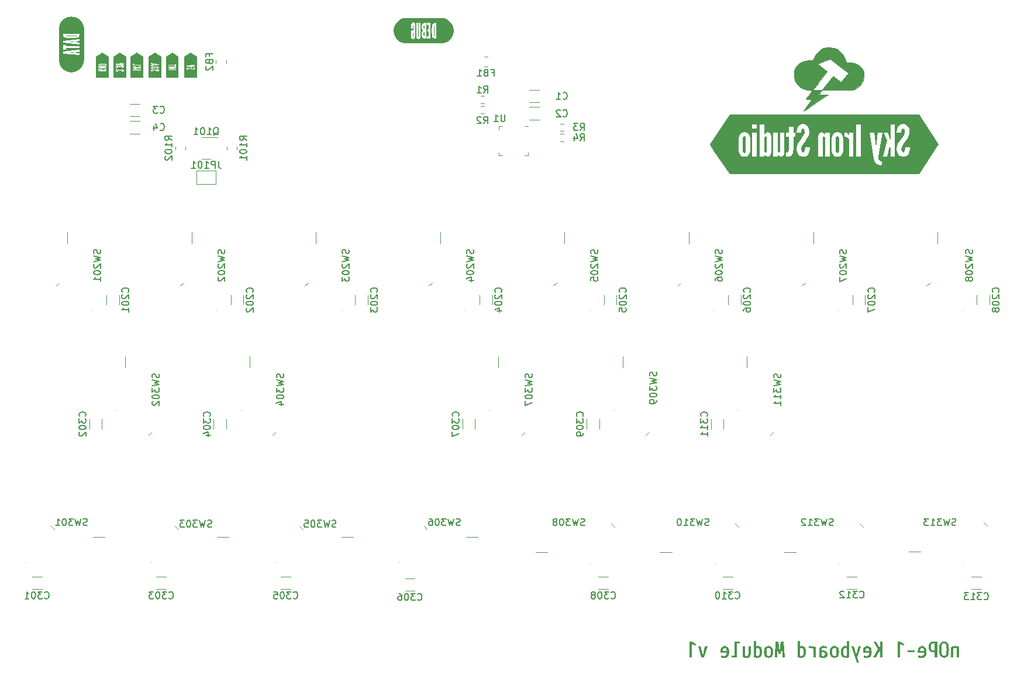
<source format=gbr>
%TF.GenerationSoftware,KiCad,Pcbnew,6.0.9-8da3e8f707~117~ubuntu22.04.1*%
%TF.CreationDate,2022-12-08T14:13:31-05:00*%
%TF.ProjectId,keyboard_matrix,6b657962-6f61-4726-945f-6d6174726978,rev?*%
%TF.SameCoordinates,Original*%
%TF.FileFunction,Legend,Bot*%
%TF.FilePolarity,Positive*%
%FSLAX46Y46*%
G04 Gerber Fmt 4.6, Leading zero omitted, Abs format (unit mm)*
G04 Created by KiCad (PCBNEW 6.0.9-8da3e8f707~117~ubuntu22.04.1) date 2022-12-08 14:13:31*
%MOMM*%
%LPD*%
G01*
G04 APERTURE LIST*
%ADD10C,0.150000*%
%ADD11C,0.010000*%
%ADD12C,0.120000*%
G04 APERTURE END LIST*
D10*
%TO.C,SW202*%
X103154761Y-94714285D02*
X103202380Y-94857142D01*
X103202380Y-95095238D01*
X103154761Y-95190476D01*
X103107142Y-95238095D01*
X103011904Y-95285714D01*
X102916666Y-95285714D01*
X102821428Y-95238095D01*
X102773809Y-95190476D01*
X102726190Y-95095238D01*
X102678571Y-94904761D01*
X102630952Y-94809523D01*
X102583333Y-94761904D01*
X102488095Y-94714285D01*
X102392857Y-94714285D01*
X102297619Y-94761904D01*
X102250000Y-94809523D01*
X102202380Y-94904761D01*
X102202380Y-95142857D01*
X102250000Y-95285714D01*
X102202380Y-95619047D02*
X103202380Y-95857142D01*
X102488095Y-96047619D01*
X103202380Y-96238095D01*
X102202380Y-96476190D01*
X102297619Y-96809523D02*
X102250000Y-96857142D01*
X102202380Y-96952380D01*
X102202380Y-97190476D01*
X102250000Y-97285714D01*
X102297619Y-97333333D01*
X102392857Y-97380952D01*
X102488095Y-97380952D01*
X102630952Y-97333333D01*
X103202380Y-96761904D01*
X103202380Y-97380952D01*
X102202380Y-98000000D02*
X102202380Y-98095238D01*
X102250000Y-98190476D01*
X102297619Y-98238095D01*
X102392857Y-98285714D01*
X102583333Y-98333333D01*
X102821428Y-98333333D01*
X103011904Y-98285714D01*
X103107142Y-98238095D01*
X103154761Y-98190476D01*
X103202380Y-98095238D01*
X103202380Y-98000000D01*
X103154761Y-97904761D01*
X103107142Y-97857142D01*
X103011904Y-97809523D01*
X102821428Y-97761904D01*
X102583333Y-97761904D01*
X102392857Y-97809523D01*
X102297619Y-97857142D01*
X102250000Y-97904761D01*
X102202380Y-98000000D01*
X102297619Y-98714285D02*
X102250000Y-98761904D01*
X102202380Y-98857142D01*
X102202380Y-99095238D01*
X102250000Y-99190476D01*
X102297619Y-99238095D01*
X102392857Y-99285714D01*
X102488095Y-99285714D01*
X102630952Y-99238095D01*
X103202380Y-98666666D01*
X103202380Y-99285714D01*
%TO.C,SW208*%
X211404761Y-94714285D02*
X211452380Y-94857142D01*
X211452380Y-95095238D01*
X211404761Y-95190476D01*
X211357142Y-95238095D01*
X211261904Y-95285714D01*
X211166666Y-95285714D01*
X211071428Y-95238095D01*
X211023809Y-95190476D01*
X210976190Y-95095238D01*
X210928571Y-94904761D01*
X210880952Y-94809523D01*
X210833333Y-94761904D01*
X210738095Y-94714285D01*
X210642857Y-94714285D01*
X210547619Y-94761904D01*
X210500000Y-94809523D01*
X210452380Y-94904761D01*
X210452380Y-95142857D01*
X210500000Y-95285714D01*
X210452380Y-95619047D02*
X211452380Y-95857142D01*
X210738095Y-96047619D01*
X211452380Y-96238095D01*
X210452380Y-96476190D01*
X210547619Y-96809523D02*
X210500000Y-96857142D01*
X210452380Y-96952380D01*
X210452380Y-97190476D01*
X210500000Y-97285714D01*
X210547619Y-97333333D01*
X210642857Y-97380952D01*
X210738095Y-97380952D01*
X210880952Y-97333333D01*
X211452380Y-96761904D01*
X211452380Y-97380952D01*
X210452380Y-98000000D02*
X210452380Y-98095238D01*
X210500000Y-98190476D01*
X210547619Y-98238095D01*
X210642857Y-98285714D01*
X210833333Y-98333333D01*
X211071428Y-98333333D01*
X211261904Y-98285714D01*
X211357142Y-98238095D01*
X211404761Y-98190476D01*
X211452380Y-98095238D01*
X211452380Y-98000000D01*
X211404761Y-97904761D01*
X211357142Y-97857142D01*
X211261904Y-97809523D01*
X211071428Y-97761904D01*
X210833333Y-97761904D01*
X210642857Y-97809523D01*
X210547619Y-97857142D01*
X210500000Y-97904761D01*
X210452380Y-98000000D01*
X210880952Y-98904761D02*
X210833333Y-98809523D01*
X210785714Y-98761904D01*
X210690476Y-98714285D01*
X210642857Y-98714285D01*
X210547619Y-98761904D01*
X210500000Y-98809523D01*
X210452380Y-98904761D01*
X210452380Y-99095238D01*
X210500000Y-99190476D01*
X210547619Y-99238095D01*
X210642857Y-99285714D01*
X210690476Y-99285714D01*
X210785714Y-99238095D01*
X210833333Y-99190476D01*
X210880952Y-99095238D01*
X210880952Y-98904761D01*
X210928571Y-98809523D01*
X210976190Y-98761904D01*
X211071428Y-98714285D01*
X211261904Y-98714285D01*
X211357142Y-98761904D01*
X211404761Y-98809523D01*
X211452380Y-98904761D01*
X211452380Y-99095238D01*
X211404761Y-99190476D01*
X211357142Y-99238095D01*
X211261904Y-99285714D01*
X211071428Y-99285714D01*
X210976190Y-99238095D01*
X210928571Y-99190476D01*
X210880952Y-99095238D01*
%TO.C,SW201*%
X85154761Y-94714285D02*
X85202380Y-94857142D01*
X85202380Y-95095238D01*
X85154761Y-95190476D01*
X85107142Y-95238095D01*
X85011904Y-95285714D01*
X84916666Y-95285714D01*
X84821428Y-95238095D01*
X84773809Y-95190476D01*
X84726190Y-95095238D01*
X84678571Y-94904761D01*
X84630952Y-94809523D01*
X84583333Y-94761904D01*
X84488095Y-94714285D01*
X84392857Y-94714285D01*
X84297619Y-94761904D01*
X84250000Y-94809523D01*
X84202380Y-94904761D01*
X84202380Y-95142857D01*
X84250000Y-95285714D01*
X84202380Y-95619047D02*
X85202380Y-95857142D01*
X84488095Y-96047619D01*
X85202380Y-96238095D01*
X84202380Y-96476190D01*
X84297619Y-96809523D02*
X84250000Y-96857142D01*
X84202380Y-96952380D01*
X84202380Y-97190476D01*
X84250000Y-97285714D01*
X84297619Y-97333333D01*
X84392857Y-97380952D01*
X84488095Y-97380952D01*
X84630952Y-97333333D01*
X85202380Y-96761904D01*
X85202380Y-97380952D01*
X84202380Y-98000000D02*
X84202380Y-98095238D01*
X84250000Y-98190476D01*
X84297619Y-98238095D01*
X84392857Y-98285714D01*
X84583333Y-98333333D01*
X84821428Y-98333333D01*
X85011904Y-98285714D01*
X85107142Y-98238095D01*
X85154761Y-98190476D01*
X85202380Y-98095238D01*
X85202380Y-98000000D01*
X85154761Y-97904761D01*
X85107142Y-97857142D01*
X85011904Y-97809523D01*
X84821428Y-97761904D01*
X84583333Y-97761904D01*
X84392857Y-97809523D01*
X84297619Y-97857142D01*
X84250000Y-97904761D01*
X84202380Y-98000000D01*
X85202380Y-99285714D02*
X85202380Y-98714285D01*
X85202380Y-99000000D02*
X84202380Y-99000000D01*
X84345238Y-98904761D01*
X84440476Y-98809523D01*
X84488095Y-98714285D01*
%TO.C,SW301*%
X83285714Y-134654761D02*
X83142857Y-134702380D01*
X82904761Y-134702380D01*
X82809523Y-134654761D01*
X82761904Y-134607142D01*
X82714285Y-134511904D01*
X82714285Y-134416666D01*
X82761904Y-134321428D01*
X82809523Y-134273809D01*
X82904761Y-134226190D01*
X83095238Y-134178571D01*
X83190476Y-134130952D01*
X83238095Y-134083333D01*
X83285714Y-133988095D01*
X83285714Y-133892857D01*
X83238095Y-133797619D01*
X83190476Y-133750000D01*
X83095238Y-133702380D01*
X82857142Y-133702380D01*
X82714285Y-133750000D01*
X82380952Y-133702380D02*
X82142857Y-134702380D01*
X81952380Y-133988095D01*
X81761904Y-134702380D01*
X81523809Y-133702380D01*
X81238095Y-133702380D02*
X80619047Y-133702380D01*
X80952380Y-134083333D01*
X80809523Y-134083333D01*
X80714285Y-134130952D01*
X80666666Y-134178571D01*
X80619047Y-134273809D01*
X80619047Y-134511904D01*
X80666666Y-134607142D01*
X80714285Y-134654761D01*
X80809523Y-134702380D01*
X81095238Y-134702380D01*
X81190476Y-134654761D01*
X81238095Y-134607142D01*
X80000000Y-133702380D02*
X79904761Y-133702380D01*
X79809523Y-133750000D01*
X79761904Y-133797619D01*
X79714285Y-133892857D01*
X79666666Y-134083333D01*
X79666666Y-134321428D01*
X79714285Y-134511904D01*
X79761904Y-134607142D01*
X79809523Y-134654761D01*
X79904761Y-134702380D01*
X80000000Y-134702380D01*
X80095238Y-134654761D01*
X80142857Y-134607142D01*
X80190476Y-134511904D01*
X80238095Y-134321428D01*
X80238095Y-134083333D01*
X80190476Y-133892857D01*
X80142857Y-133797619D01*
X80095238Y-133750000D01*
X80000000Y-133702380D01*
X78714285Y-134702380D02*
X79285714Y-134702380D01*
X79000000Y-134702380D02*
X79000000Y-133702380D01*
X79095238Y-133845238D01*
X79190476Y-133940476D01*
X79285714Y-133988095D01*
%TO.C,SW307*%
X147654761Y-112714285D02*
X147702380Y-112857142D01*
X147702380Y-113095238D01*
X147654761Y-113190476D01*
X147607142Y-113238095D01*
X147511904Y-113285714D01*
X147416666Y-113285714D01*
X147321428Y-113238095D01*
X147273809Y-113190476D01*
X147226190Y-113095238D01*
X147178571Y-112904761D01*
X147130952Y-112809523D01*
X147083333Y-112761904D01*
X146988095Y-112714285D01*
X146892857Y-112714285D01*
X146797619Y-112761904D01*
X146750000Y-112809523D01*
X146702380Y-112904761D01*
X146702380Y-113142857D01*
X146750000Y-113285714D01*
X146702380Y-113619047D02*
X147702380Y-113857142D01*
X146988095Y-114047619D01*
X147702380Y-114238095D01*
X146702380Y-114476190D01*
X146702380Y-114761904D02*
X146702380Y-115380952D01*
X147083333Y-115047619D01*
X147083333Y-115190476D01*
X147130952Y-115285714D01*
X147178571Y-115333333D01*
X147273809Y-115380952D01*
X147511904Y-115380952D01*
X147607142Y-115333333D01*
X147654761Y-115285714D01*
X147702380Y-115190476D01*
X147702380Y-114904761D01*
X147654761Y-114809523D01*
X147607142Y-114761904D01*
X146702380Y-116000000D02*
X146702380Y-116095238D01*
X146750000Y-116190476D01*
X146797619Y-116238095D01*
X146892857Y-116285714D01*
X147083333Y-116333333D01*
X147321428Y-116333333D01*
X147511904Y-116285714D01*
X147607142Y-116238095D01*
X147654761Y-116190476D01*
X147702380Y-116095238D01*
X147702380Y-116000000D01*
X147654761Y-115904761D01*
X147607142Y-115857142D01*
X147511904Y-115809523D01*
X147321428Y-115761904D01*
X147083333Y-115761904D01*
X146892857Y-115809523D01*
X146797619Y-115857142D01*
X146750000Y-115904761D01*
X146702380Y-116000000D01*
X146702380Y-116666666D02*
X146702380Y-117333333D01*
X147702380Y-116904761D01*
%TO.C,SW308*%
X155285714Y-134654761D02*
X155142857Y-134702380D01*
X154904761Y-134702380D01*
X154809523Y-134654761D01*
X154761904Y-134607142D01*
X154714285Y-134511904D01*
X154714285Y-134416666D01*
X154761904Y-134321428D01*
X154809523Y-134273809D01*
X154904761Y-134226190D01*
X155095238Y-134178571D01*
X155190476Y-134130952D01*
X155238095Y-134083333D01*
X155285714Y-133988095D01*
X155285714Y-133892857D01*
X155238095Y-133797619D01*
X155190476Y-133750000D01*
X155095238Y-133702380D01*
X154857142Y-133702380D01*
X154714285Y-133750000D01*
X154380952Y-133702380D02*
X154142857Y-134702380D01*
X153952380Y-133988095D01*
X153761904Y-134702380D01*
X153523809Y-133702380D01*
X153238095Y-133702380D02*
X152619047Y-133702380D01*
X152952380Y-134083333D01*
X152809523Y-134083333D01*
X152714285Y-134130952D01*
X152666666Y-134178571D01*
X152619047Y-134273809D01*
X152619047Y-134511904D01*
X152666666Y-134607142D01*
X152714285Y-134654761D01*
X152809523Y-134702380D01*
X153095238Y-134702380D01*
X153190476Y-134654761D01*
X153238095Y-134607142D01*
X152000000Y-133702380D02*
X151904761Y-133702380D01*
X151809523Y-133750000D01*
X151761904Y-133797619D01*
X151714285Y-133892857D01*
X151666666Y-134083333D01*
X151666666Y-134321428D01*
X151714285Y-134511904D01*
X151761904Y-134607142D01*
X151809523Y-134654761D01*
X151904761Y-134702380D01*
X152000000Y-134702380D01*
X152095238Y-134654761D01*
X152142857Y-134607142D01*
X152190476Y-134511904D01*
X152238095Y-134321428D01*
X152238095Y-134083333D01*
X152190476Y-133892857D01*
X152142857Y-133797619D01*
X152095238Y-133750000D01*
X152000000Y-133702380D01*
X151095238Y-134130952D02*
X151190476Y-134083333D01*
X151238095Y-134035714D01*
X151285714Y-133940476D01*
X151285714Y-133892857D01*
X151238095Y-133797619D01*
X151190476Y-133750000D01*
X151095238Y-133702380D01*
X150904761Y-133702380D01*
X150809523Y-133750000D01*
X150761904Y-133797619D01*
X150714285Y-133892857D01*
X150714285Y-133940476D01*
X150761904Y-134035714D01*
X150809523Y-134083333D01*
X150904761Y-134130952D01*
X151095238Y-134130952D01*
X151190476Y-134178571D01*
X151238095Y-134226190D01*
X151285714Y-134321428D01*
X151285714Y-134511904D01*
X151238095Y-134607142D01*
X151190476Y-134654761D01*
X151095238Y-134702380D01*
X150904761Y-134702380D01*
X150809523Y-134654761D01*
X150761904Y-134607142D01*
X150714285Y-134511904D01*
X150714285Y-134321428D01*
X150761904Y-134226190D01*
X150809523Y-134178571D01*
X150904761Y-134130952D01*
%TO.C,SW303*%
X101285714Y-134904761D02*
X101142857Y-134952380D01*
X100904761Y-134952380D01*
X100809523Y-134904761D01*
X100761904Y-134857142D01*
X100714285Y-134761904D01*
X100714285Y-134666666D01*
X100761904Y-134571428D01*
X100809523Y-134523809D01*
X100904761Y-134476190D01*
X101095238Y-134428571D01*
X101190476Y-134380952D01*
X101238095Y-134333333D01*
X101285714Y-134238095D01*
X101285714Y-134142857D01*
X101238095Y-134047619D01*
X101190476Y-134000000D01*
X101095238Y-133952380D01*
X100857142Y-133952380D01*
X100714285Y-134000000D01*
X100380952Y-133952380D02*
X100142857Y-134952380D01*
X99952380Y-134238095D01*
X99761904Y-134952380D01*
X99523809Y-133952380D01*
X99238095Y-133952380D02*
X98619047Y-133952380D01*
X98952380Y-134333333D01*
X98809523Y-134333333D01*
X98714285Y-134380952D01*
X98666666Y-134428571D01*
X98619047Y-134523809D01*
X98619047Y-134761904D01*
X98666666Y-134857142D01*
X98714285Y-134904761D01*
X98809523Y-134952380D01*
X99095238Y-134952380D01*
X99190476Y-134904761D01*
X99238095Y-134857142D01*
X98000000Y-133952380D02*
X97904761Y-133952380D01*
X97809523Y-134000000D01*
X97761904Y-134047619D01*
X97714285Y-134142857D01*
X97666666Y-134333333D01*
X97666666Y-134571428D01*
X97714285Y-134761904D01*
X97761904Y-134857142D01*
X97809523Y-134904761D01*
X97904761Y-134952380D01*
X98000000Y-134952380D01*
X98095238Y-134904761D01*
X98142857Y-134857142D01*
X98190476Y-134761904D01*
X98238095Y-134571428D01*
X98238095Y-134333333D01*
X98190476Y-134142857D01*
X98142857Y-134047619D01*
X98095238Y-134000000D01*
X98000000Y-133952380D01*
X97333333Y-133952380D02*
X96714285Y-133952380D01*
X97047619Y-134333333D01*
X96904761Y-134333333D01*
X96809523Y-134380952D01*
X96761904Y-134428571D01*
X96714285Y-134523809D01*
X96714285Y-134761904D01*
X96761904Y-134857142D01*
X96809523Y-134904761D01*
X96904761Y-134952380D01*
X97190476Y-134952380D01*
X97285714Y-134904761D01*
X97333333Y-134857142D01*
%TO.C,SW312*%
X191285714Y-134654761D02*
X191142857Y-134702380D01*
X190904761Y-134702380D01*
X190809523Y-134654761D01*
X190761904Y-134607142D01*
X190714285Y-134511904D01*
X190714285Y-134416666D01*
X190761904Y-134321428D01*
X190809523Y-134273809D01*
X190904761Y-134226190D01*
X191095238Y-134178571D01*
X191190476Y-134130952D01*
X191238095Y-134083333D01*
X191285714Y-133988095D01*
X191285714Y-133892857D01*
X191238095Y-133797619D01*
X191190476Y-133750000D01*
X191095238Y-133702380D01*
X190857142Y-133702380D01*
X190714285Y-133750000D01*
X190380952Y-133702380D02*
X190142857Y-134702380D01*
X189952380Y-133988095D01*
X189761904Y-134702380D01*
X189523809Y-133702380D01*
X189238095Y-133702380D02*
X188619047Y-133702380D01*
X188952380Y-134083333D01*
X188809523Y-134083333D01*
X188714285Y-134130952D01*
X188666666Y-134178571D01*
X188619047Y-134273809D01*
X188619047Y-134511904D01*
X188666666Y-134607142D01*
X188714285Y-134654761D01*
X188809523Y-134702380D01*
X189095238Y-134702380D01*
X189190476Y-134654761D01*
X189238095Y-134607142D01*
X187666666Y-134702380D02*
X188238095Y-134702380D01*
X187952380Y-134702380D02*
X187952380Y-133702380D01*
X188047619Y-133845238D01*
X188142857Y-133940476D01*
X188238095Y-133988095D01*
X187285714Y-133797619D02*
X187238095Y-133750000D01*
X187142857Y-133702380D01*
X186904761Y-133702380D01*
X186809523Y-133750000D01*
X186761904Y-133797619D01*
X186714285Y-133892857D01*
X186714285Y-133988095D01*
X186761904Y-134130952D01*
X187333333Y-134702380D01*
X186714285Y-134702380D01*
%TO.C,SW304*%
X111654761Y-112714285D02*
X111702380Y-112857142D01*
X111702380Y-113095238D01*
X111654761Y-113190476D01*
X111607142Y-113238095D01*
X111511904Y-113285714D01*
X111416666Y-113285714D01*
X111321428Y-113238095D01*
X111273809Y-113190476D01*
X111226190Y-113095238D01*
X111178571Y-112904761D01*
X111130952Y-112809523D01*
X111083333Y-112761904D01*
X110988095Y-112714285D01*
X110892857Y-112714285D01*
X110797619Y-112761904D01*
X110750000Y-112809523D01*
X110702380Y-112904761D01*
X110702380Y-113142857D01*
X110750000Y-113285714D01*
X110702380Y-113619047D02*
X111702380Y-113857142D01*
X110988095Y-114047619D01*
X111702380Y-114238095D01*
X110702380Y-114476190D01*
X110702380Y-114761904D02*
X110702380Y-115380952D01*
X111083333Y-115047619D01*
X111083333Y-115190476D01*
X111130952Y-115285714D01*
X111178571Y-115333333D01*
X111273809Y-115380952D01*
X111511904Y-115380952D01*
X111607142Y-115333333D01*
X111654761Y-115285714D01*
X111702380Y-115190476D01*
X111702380Y-114904761D01*
X111654761Y-114809523D01*
X111607142Y-114761904D01*
X110702380Y-116000000D02*
X110702380Y-116095238D01*
X110750000Y-116190476D01*
X110797619Y-116238095D01*
X110892857Y-116285714D01*
X111083333Y-116333333D01*
X111321428Y-116333333D01*
X111511904Y-116285714D01*
X111607142Y-116238095D01*
X111654761Y-116190476D01*
X111702380Y-116095238D01*
X111702380Y-116000000D01*
X111654761Y-115904761D01*
X111607142Y-115857142D01*
X111511904Y-115809523D01*
X111321428Y-115761904D01*
X111083333Y-115761904D01*
X110892857Y-115809523D01*
X110797619Y-115857142D01*
X110750000Y-115904761D01*
X110702380Y-116000000D01*
X111035714Y-117190476D02*
X111702380Y-117190476D01*
X110654761Y-116952380D02*
X111369047Y-116714285D01*
X111369047Y-117333333D01*
%TO.C,SW309*%
X165654761Y-112464285D02*
X165702380Y-112607142D01*
X165702380Y-112845238D01*
X165654761Y-112940476D01*
X165607142Y-112988095D01*
X165511904Y-113035714D01*
X165416666Y-113035714D01*
X165321428Y-112988095D01*
X165273809Y-112940476D01*
X165226190Y-112845238D01*
X165178571Y-112654761D01*
X165130952Y-112559523D01*
X165083333Y-112511904D01*
X164988095Y-112464285D01*
X164892857Y-112464285D01*
X164797619Y-112511904D01*
X164750000Y-112559523D01*
X164702380Y-112654761D01*
X164702380Y-112892857D01*
X164750000Y-113035714D01*
X164702380Y-113369047D02*
X165702380Y-113607142D01*
X164988095Y-113797619D01*
X165702380Y-113988095D01*
X164702380Y-114226190D01*
X164702380Y-114511904D02*
X164702380Y-115130952D01*
X165083333Y-114797619D01*
X165083333Y-114940476D01*
X165130952Y-115035714D01*
X165178571Y-115083333D01*
X165273809Y-115130952D01*
X165511904Y-115130952D01*
X165607142Y-115083333D01*
X165654761Y-115035714D01*
X165702380Y-114940476D01*
X165702380Y-114654761D01*
X165654761Y-114559523D01*
X165607142Y-114511904D01*
X164702380Y-115750000D02*
X164702380Y-115845238D01*
X164750000Y-115940476D01*
X164797619Y-115988095D01*
X164892857Y-116035714D01*
X165083333Y-116083333D01*
X165321428Y-116083333D01*
X165511904Y-116035714D01*
X165607142Y-115988095D01*
X165654761Y-115940476D01*
X165702380Y-115845238D01*
X165702380Y-115750000D01*
X165654761Y-115654761D01*
X165607142Y-115607142D01*
X165511904Y-115559523D01*
X165321428Y-115511904D01*
X165083333Y-115511904D01*
X164892857Y-115559523D01*
X164797619Y-115607142D01*
X164750000Y-115654761D01*
X164702380Y-115750000D01*
X165702380Y-116559523D02*
X165702380Y-116750000D01*
X165654761Y-116845238D01*
X165607142Y-116892857D01*
X165464285Y-116988095D01*
X165273809Y-117035714D01*
X164892857Y-117035714D01*
X164797619Y-116988095D01*
X164750000Y-116940476D01*
X164702380Y-116845238D01*
X164702380Y-116654761D01*
X164750000Y-116559523D01*
X164797619Y-116511904D01*
X164892857Y-116464285D01*
X165130952Y-116464285D01*
X165226190Y-116511904D01*
X165273809Y-116559523D01*
X165321428Y-116654761D01*
X165321428Y-116845238D01*
X165273809Y-116940476D01*
X165226190Y-116988095D01*
X165130952Y-117035714D01*
%TO.C,SW302*%
X93654761Y-112714285D02*
X93702380Y-112857142D01*
X93702380Y-113095238D01*
X93654761Y-113190476D01*
X93607142Y-113238095D01*
X93511904Y-113285714D01*
X93416666Y-113285714D01*
X93321428Y-113238095D01*
X93273809Y-113190476D01*
X93226190Y-113095238D01*
X93178571Y-112904761D01*
X93130952Y-112809523D01*
X93083333Y-112761904D01*
X92988095Y-112714285D01*
X92892857Y-112714285D01*
X92797619Y-112761904D01*
X92750000Y-112809523D01*
X92702380Y-112904761D01*
X92702380Y-113142857D01*
X92750000Y-113285714D01*
X92702380Y-113619047D02*
X93702380Y-113857142D01*
X92988095Y-114047619D01*
X93702380Y-114238095D01*
X92702380Y-114476190D01*
X92702380Y-114761904D02*
X92702380Y-115380952D01*
X93083333Y-115047619D01*
X93083333Y-115190476D01*
X93130952Y-115285714D01*
X93178571Y-115333333D01*
X93273809Y-115380952D01*
X93511904Y-115380952D01*
X93607142Y-115333333D01*
X93654761Y-115285714D01*
X93702380Y-115190476D01*
X93702380Y-114904761D01*
X93654761Y-114809523D01*
X93607142Y-114761904D01*
X92702380Y-116000000D02*
X92702380Y-116095238D01*
X92750000Y-116190476D01*
X92797619Y-116238095D01*
X92892857Y-116285714D01*
X93083333Y-116333333D01*
X93321428Y-116333333D01*
X93511904Y-116285714D01*
X93607142Y-116238095D01*
X93654761Y-116190476D01*
X93702380Y-116095238D01*
X93702380Y-116000000D01*
X93654761Y-115904761D01*
X93607142Y-115857142D01*
X93511904Y-115809523D01*
X93321428Y-115761904D01*
X93083333Y-115761904D01*
X92892857Y-115809523D01*
X92797619Y-115857142D01*
X92750000Y-115904761D01*
X92702380Y-116000000D01*
X92797619Y-116714285D02*
X92750000Y-116761904D01*
X92702380Y-116857142D01*
X92702380Y-117095238D01*
X92750000Y-117190476D01*
X92797619Y-117238095D01*
X92892857Y-117285714D01*
X92988095Y-117285714D01*
X93130952Y-117238095D01*
X93702380Y-116666666D01*
X93702380Y-117285714D01*
%TO.C,SW203*%
X121154761Y-94714285D02*
X121202380Y-94857142D01*
X121202380Y-95095238D01*
X121154761Y-95190476D01*
X121107142Y-95238095D01*
X121011904Y-95285714D01*
X120916666Y-95285714D01*
X120821428Y-95238095D01*
X120773809Y-95190476D01*
X120726190Y-95095238D01*
X120678571Y-94904761D01*
X120630952Y-94809523D01*
X120583333Y-94761904D01*
X120488095Y-94714285D01*
X120392857Y-94714285D01*
X120297619Y-94761904D01*
X120250000Y-94809523D01*
X120202380Y-94904761D01*
X120202380Y-95142857D01*
X120250000Y-95285714D01*
X120202380Y-95619047D02*
X121202380Y-95857142D01*
X120488095Y-96047619D01*
X121202380Y-96238095D01*
X120202380Y-96476190D01*
X120297619Y-96809523D02*
X120250000Y-96857142D01*
X120202380Y-96952380D01*
X120202380Y-97190476D01*
X120250000Y-97285714D01*
X120297619Y-97333333D01*
X120392857Y-97380952D01*
X120488095Y-97380952D01*
X120630952Y-97333333D01*
X121202380Y-96761904D01*
X121202380Y-97380952D01*
X120202380Y-98000000D02*
X120202380Y-98095238D01*
X120250000Y-98190476D01*
X120297619Y-98238095D01*
X120392857Y-98285714D01*
X120583333Y-98333333D01*
X120821428Y-98333333D01*
X121011904Y-98285714D01*
X121107142Y-98238095D01*
X121154761Y-98190476D01*
X121202380Y-98095238D01*
X121202380Y-98000000D01*
X121154761Y-97904761D01*
X121107142Y-97857142D01*
X121011904Y-97809523D01*
X120821428Y-97761904D01*
X120583333Y-97761904D01*
X120392857Y-97809523D01*
X120297619Y-97857142D01*
X120250000Y-97904761D01*
X120202380Y-98000000D01*
X120202380Y-98666666D02*
X120202380Y-99285714D01*
X120583333Y-98952380D01*
X120583333Y-99095238D01*
X120630952Y-99190476D01*
X120678571Y-99238095D01*
X120773809Y-99285714D01*
X121011904Y-99285714D01*
X121107142Y-99238095D01*
X121154761Y-99190476D01*
X121202380Y-99095238D01*
X121202380Y-98809523D01*
X121154761Y-98714285D01*
X121107142Y-98666666D01*
%TO.C,SW310*%
X173285714Y-134654761D02*
X173142857Y-134702380D01*
X172904761Y-134702380D01*
X172809523Y-134654761D01*
X172761904Y-134607142D01*
X172714285Y-134511904D01*
X172714285Y-134416666D01*
X172761904Y-134321428D01*
X172809523Y-134273809D01*
X172904761Y-134226190D01*
X173095238Y-134178571D01*
X173190476Y-134130952D01*
X173238095Y-134083333D01*
X173285714Y-133988095D01*
X173285714Y-133892857D01*
X173238095Y-133797619D01*
X173190476Y-133750000D01*
X173095238Y-133702380D01*
X172857142Y-133702380D01*
X172714285Y-133750000D01*
X172380952Y-133702380D02*
X172142857Y-134702380D01*
X171952380Y-133988095D01*
X171761904Y-134702380D01*
X171523809Y-133702380D01*
X171238095Y-133702380D02*
X170619047Y-133702380D01*
X170952380Y-134083333D01*
X170809523Y-134083333D01*
X170714285Y-134130952D01*
X170666666Y-134178571D01*
X170619047Y-134273809D01*
X170619047Y-134511904D01*
X170666666Y-134607142D01*
X170714285Y-134654761D01*
X170809523Y-134702380D01*
X171095238Y-134702380D01*
X171190476Y-134654761D01*
X171238095Y-134607142D01*
X169666666Y-134702380D02*
X170238095Y-134702380D01*
X169952380Y-134702380D02*
X169952380Y-133702380D01*
X170047619Y-133845238D01*
X170142857Y-133940476D01*
X170238095Y-133988095D01*
X169047619Y-133702380D02*
X168952380Y-133702380D01*
X168857142Y-133750000D01*
X168809523Y-133797619D01*
X168761904Y-133892857D01*
X168714285Y-134083333D01*
X168714285Y-134321428D01*
X168761904Y-134511904D01*
X168809523Y-134607142D01*
X168857142Y-134654761D01*
X168952380Y-134702380D01*
X169047619Y-134702380D01*
X169142857Y-134654761D01*
X169190476Y-134607142D01*
X169238095Y-134511904D01*
X169285714Y-134321428D01*
X169285714Y-134083333D01*
X169238095Y-133892857D01*
X169190476Y-133797619D01*
X169142857Y-133750000D01*
X169047619Y-133702380D01*
%TO.C,SW306*%
X137285714Y-134654761D02*
X137142857Y-134702380D01*
X136904761Y-134702380D01*
X136809523Y-134654761D01*
X136761904Y-134607142D01*
X136714285Y-134511904D01*
X136714285Y-134416666D01*
X136761904Y-134321428D01*
X136809523Y-134273809D01*
X136904761Y-134226190D01*
X137095238Y-134178571D01*
X137190476Y-134130952D01*
X137238095Y-134083333D01*
X137285714Y-133988095D01*
X137285714Y-133892857D01*
X137238095Y-133797619D01*
X137190476Y-133750000D01*
X137095238Y-133702380D01*
X136857142Y-133702380D01*
X136714285Y-133750000D01*
X136380952Y-133702380D02*
X136142857Y-134702380D01*
X135952380Y-133988095D01*
X135761904Y-134702380D01*
X135523809Y-133702380D01*
X135238095Y-133702380D02*
X134619047Y-133702380D01*
X134952380Y-134083333D01*
X134809523Y-134083333D01*
X134714285Y-134130952D01*
X134666666Y-134178571D01*
X134619047Y-134273809D01*
X134619047Y-134511904D01*
X134666666Y-134607142D01*
X134714285Y-134654761D01*
X134809523Y-134702380D01*
X135095238Y-134702380D01*
X135190476Y-134654761D01*
X135238095Y-134607142D01*
X134000000Y-133702380D02*
X133904761Y-133702380D01*
X133809523Y-133750000D01*
X133761904Y-133797619D01*
X133714285Y-133892857D01*
X133666666Y-134083333D01*
X133666666Y-134321428D01*
X133714285Y-134511904D01*
X133761904Y-134607142D01*
X133809523Y-134654761D01*
X133904761Y-134702380D01*
X134000000Y-134702380D01*
X134095238Y-134654761D01*
X134142857Y-134607142D01*
X134190476Y-134511904D01*
X134238095Y-134321428D01*
X134238095Y-134083333D01*
X134190476Y-133892857D01*
X134142857Y-133797619D01*
X134095238Y-133750000D01*
X134000000Y-133702380D01*
X132809523Y-133702380D02*
X133000000Y-133702380D01*
X133095238Y-133750000D01*
X133142857Y-133797619D01*
X133238095Y-133940476D01*
X133285714Y-134130952D01*
X133285714Y-134511904D01*
X133238095Y-134607142D01*
X133190476Y-134654761D01*
X133095238Y-134702380D01*
X132904761Y-134702380D01*
X132809523Y-134654761D01*
X132761904Y-134607142D01*
X132714285Y-134511904D01*
X132714285Y-134273809D01*
X132761904Y-134178571D01*
X132809523Y-134130952D01*
X132904761Y-134083333D01*
X133095238Y-134083333D01*
X133190476Y-134130952D01*
X133238095Y-134178571D01*
X133285714Y-134273809D01*
%TO.C,SW313*%
X209035714Y-134654761D02*
X208892857Y-134702380D01*
X208654761Y-134702380D01*
X208559523Y-134654761D01*
X208511904Y-134607142D01*
X208464285Y-134511904D01*
X208464285Y-134416666D01*
X208511904Y-134321428D01*
X208559523Y-134273809D01*
X208654761Y-134226190D01*
X208845238Y-134178571D01*
X208940476Y-134130952D01*
X208988095Y-134083333D01*
X209035714Y-133988095D01*
X209035714Y-133892857D01*
X208988095Y-133797619D01*
X208940476Y-133750000D01*
X208845238Y-133702380D01*
X208607142Y-133702380D01*
X208464285Y-133750000D01*
X208130952Y-133702380D02*
X207892857Y-134702380D01*
X207702380Y-133988095D01*
X207511904Y-134702380D01*
X207273809Y-133702380D01*
X206988095Y-133702380D02*
X206369047Y-133702380D01*
X206702380Y-134083333D01*
X206559523Y-134083333D01*
X206464285Y-134130952D01*
X206416666Y-134178571D01*
X206369047Y-134273809D01*
X206369047Y-134511904D01*
X206416666Y-134607142D01*
X206464285Y-134654761D01*
X206559523Y-134702380D01*
X206845238Y-134702380D01*
X206940476Y-134654761D01*
X206988095Y-134607142D01*
X205416666Y-134702380D02*
X205988095Y-134702380D01*
X205702380Y-134702380D02*
X205702380Y-133702380D01*
X205797619Y-133845238D01*
X205892857Y-133940476D01*
X205988095Y-133988095D01*
X205083333Y-133702380D02*
X204464285Y-133702380D01*
X204797619Y-134083333D01*
X204654761Y-134083333D01*
X204559523Y-134130952D01*
X204511904Y-134178571D01*
X204464285Y-134273809D01*
X204464285Y-134511904D01*
X204511904Y-134607142D01*
X204559523Y-134654761D01*
X204654761Y-134702380D01*
X204940476Y-134702380D01*
X205035714Y-134654761D01*
X205083333Y-134607142D01*
%TO.C,SW205*%
X157154761Y-94714285D02*
X157202380Y-94857142D01*
X157202380Y-95095238D01*
X157154761Y-95190476D01*
X157107142Y-95238095D01*
X157011904Y-95285714D01*
X156916666Y-95285714D01*
X156821428Y-95238095D01*
X156773809Y-95190476D01*
X156726190Y-95095238D01*
X156678571Y-94904761D01*
X156630952Y-94809523D01*
X156583333Y-94761904D01*
X156488095Y-94714285D01*
X156392857Y-94714285D01*
X156297619Y-94761904D01*
X156250000Y-94809523D01*
X156202380Y-94904761D01*
X156202380Y-95142857D01*
X156250000Y-95285714D01*
X156202380Y-95619047D02*
X157202380Y-95857142D01*
X156488095Y-96047619D01*
X157202380Y-96238095D01*
X156202380Y-96476190D01*
X156297619Y-96809523D02*
X156250000Y-96857142D01*
X156202380Y-96952380D01*
X156202380Y-97190476D01*
X156250000Y-97285714D01*
X156297619Y-97333333D01*
X156392857Y-97380952D01*
X156488095Y-97380952D01*
X156630952Y-97333333D01*
X157202380Y-96761904D01*
X157202380Y-97380952D01*
X156202380Y-98000000D02*
X156202380Y-98095238D01*
X156250000Y-98190476D01*
X156297619Y-98238095D01*
X156392857Y-98285714D01*
X156583333Y-98333333D01*
X156821428Y-98333333D01*
X157011904Y-98285714D01*
X157107142Y-98238095D01*
X157154761Y-98190476D01*
X157202380Y-98095238D01*
X157202380Y-98000000D01*
X157154761Y-97904761D01*
X157107142Y-97857142D01*
X157011904Y-97809523D01*
X156821428Y-97761904D01*
X156583333Y-97761904D01*
X156392857Y-97809523D01*
X156297619Y-97857142D01*
X156250000Y-97904761D01*
X156202380Y-98000000D01*
X156202380Y-99238095D02*
X156202380Y-98761904D01*
X156678571Y-98714285D01*
X156630952Y-98761904D01*
X156583333Y-98857142D01*
X156583333Y-99095238D01*
X156630952Y-99190476D01*
X156678571Y-99238095D01*
X156773809Y-99285714D01*
X157011904Y-99285714D01*
X157107142Y-99238095D01*
X157154761Y-99190476D01*
X157202380Y-99095238D01*
X157202380Y-98857142D01*
X157154761Y-98761904D01*
X157107142Y-98714285D01*
%TO.C,SW311*%
X183654761Y-112714285D02*
X183702380Y-112857142D01*
X183702380Y-113095238D01*
X183654761Y-113190476D01*
X183607142Y-113238095D01*
X183511904Y-113285714D01*
X183416666Y-113285714D01*
X183321428Y-113238095D01*
X183273809Y-113190476D01*
X183226190Y-113095238D01*
X183178571Y-112904761D01*
X183130952Y-112809523D01*
X183083333Y-112761904D01*
X182988095Y-112714285D01*
X182892857Y-112714285D01*
X182797619Y-112761904D01*
X182750000Y-112809523D01*
X182702380Y-112904761D01*
X182702380Y-113142857D01*
X182750000Y-113285714D01*
X182702380Y-113619047D02*
X183702380Y-113857142D01*
X182988095Y-114047619D01*
X183702380Y-114238095D01*
X182702380Y-114476190D01*
X182702380Y-114761904D02*
X182702380Y-115380952D01*
X183083333Y-115047619D01*
X183083333Y-115190476D01*
X183130952Y-115285714D01*
X183178571Y-115333333D01*
X183273809Y-115380952D01*
X183511904Y-115380952D01*
X183607142Y-115333333D01*
X183654761Y-115285714D01*
X183702380Y-115190476D01*
X183702380Y-114904761D01*
X183654761Y-114809523D01*
X183607142Y-114761904D01*
X183702380Y-116333333D02*
X183702380Y-115761904D01*
X183702380Y-116047619D02*
X182702380Y-116047619D01*
X182845238Y-115952380D01*
X182940476Y-115857142D01*
X182988095Y-115761904D01*
X183702380Y-117285714D02*
X183702380Y-116714285D01*
X183702380Y-117000000D02*
X182702380Y-117000000D01*
X182845238Y-116904761D01*
X182940476Y-116809523D01*
X182988095Y-116714285D01*
%TO.C,SW204*%
X139154761Y-94714285D02*
X139202380Y-94857142D01*
X139202380Y-95095238D01*
X139154761Y-95190476D01*
X139107142Y-95238095D01*
X139011904Y-95285714D01*
X138916666Y-95285714D01*
X138821428Y-95238095D01*
X138773809Y-95190476D01*
X138726190Y-95095238D01*
X138678571Y-94904761D01*
X138630952Y-94809523D01*
X138583333Y-94761904D01*
X138488095Y-94714285D01*
X138392857Y-94714285D01*
X138297619Y-94761904D01*
X138250000Y-94809523D01*
X138202380Y-94904761D01*
X138202380Y-95142857D01*
X138250000Y-95285714D01*
X138202380Y-95619047D02*
X139202380Y-95857142D01*
X138488095Y-96047619D01*
X139202380Y-96238095D01*
X138202380Y-96476190D01*
X138297619Y-96809523D02*
X138250000Y-96857142D01*
X138202380Y-96952380D01*
X138202380Y-97190476D01*
X138250000Y-97285714D01*
X138297619Y-97333333D01*
X138392857Y-97380952D01*
X138488095Y-97380952D01*
X138630952Y-97333333D01*
X139202380Y-96761904D01*
X139202380Y-97380952D01*
X138202380Y-98000000D02*
X138202380Y-98095238D01*
X138250000Y-98190476D01*
X138297619Y-98238095D01*
X138392857Y-98285714D01*
X138583333Y-98333333D01*
X138821428Y-98333333D01*
X139011904Y-98285714D01*
X139107142Y-98238095D01*
X139154761Y-98190476D01*
X139202380Y-98095238D01*
X139202380Y-98000000D01*
X139154761Y-97904761D01*
X139107142Y-97857142D01*
X139011904Y-97809523D01*
X138821428Y-97761904D01*
X138583333Y-97761904D01*
X138392857Y-97809523D01*
X138297619Y-97857142D01*
X138250000Y-97904761D01*
X138202380Y-98000000D01*
X138535714Y-99190476D02*
X139202380Y-99190476D01*
X138154761Y-98952380D02*
X138869047Y-98714285D01*
X138869047Y-99333333D01*
%TO.C,SW206*%
X175154761Y-94714285D02*
X175202380Y-94857142D01*
X175202380Y-95095238D01*
X175154761Y-95190476D01*
X175107142Y-95238095D01*
X175011904Y-95285714D01*
X174916666Y-95285714D01*
X174821428Y-95238095D01*
X174773809Y-95190476D01*
X174726190Y-95095238D01*
X174678571Y-94904761D01*
X174630952Y-94809523D01*
X174583333Y-94761904D01*
X174488095Y-94714285D01*
X174392857Y-94714285D01*
X174297619Y-94761904D01*
X174250000Y-94809523D01*
X174202380Y-94904761D01*
X174202380Y-95142857D01*
X174250000Y-95285714D01*
X174202380Y-95619047D02*
X175202380Y-95857142D01*
X174488095Y-96047619D01*
X175202380Y-96238095D01*
X174202380Y-96476190D01*
X174297619Y-96809523D02*
X174250000Y-96857142D01*
X174202380Y-96952380D01*
X174202380Y-97190476D01*
X174250000Y-97285714D01*
X174297619Y-97333333D01*
X174392857Y-97380952D01*
X174488095Y-97380952D01*
X174630952Y-97333333D01*
X175202380Y-96761904D01*
X175202380Y-97380952D01*
X174202380Y-98000000D02*
X174202380Y-98095238D01*
X174250000Y-98190476D01*
X174297619Y-98238095D01*
X174392857Y-98285714D01*
X174583333Y-98333333D01*
X174821428Y-98333333D01*
X175011904Y-98285714D01*
X175107142Y-98238095D01*
X175154761Y-98190476D01*
X175202380Y-98095238D01*
X175202380Y-98000000D01*
X175154761Y-97904761D01*
X175107142Y-97857142D01*
X175011904Y-97809523D01*
X174821428Y-97761904D01*
X174583333Y-97761904D01*
X174392857Y-97809523D01*
X174297619Y-97857142D01*
X174250000Y-97904761D01*
X174202380Y-98000000D01*
X174202380Y-99190476D02*
X174202380Y-99000000D01*
X174250000Y-98904761D01*
X174297619Y-98857142D01*
X174440476Y-98761904D01*
X174630952Y-98714285D01*
X175011904Y-98714285D01*
X175107142Y-98761904D01*
X175154761Y-98809523D01*
X175202380Y-98904761D01*
X175202380Y-99095238D01*
X175154761Y-99190476D01*
X175107142Y-99238095D01*
X175011904Y-99285714D01*
X174773809Y-99285714D01*
X174678571Y-99238095D01*
X174630952Y-99190476D01*
X174583333Y-99095238D01*
X174583333Y-98904761D01*
X174630952Y-98809523D01*
X174678571Y-98761904D01*
X174773809Y-98714285D01*
%TO.C,SW305*%
X119285714Y-134904761D02*
X119142857Y-134952380D01*
X118904761Y-134952380D01*
X118809523Y-134904761D01*
X118761904Y-134857142D01*
X118714285Y-134761904D01*
X118714285Y-134666666D01*
X118761904Y-134571428D01*
X118809523Y-134523809D01*
X118904761Y-134476190D01*
X119095238Y-134428571D01*
X119190476Y-134380952D01*
X119238095Y-134333333D01*
X119285714Y-134238095D01*
X119285714Y-134142857D01*
X119238095Y-134047619D01*
X119190476Y-134000000D01*
X119095238Y-133952380D01*
X118857142Y-133952380D01*
X118714285Y-134000000D01*
X118380952Y-133952380D02*
X118142857Y-134952380D01*
X117952380Y-134238095D01*
X117761904Y-134952380D01*
X117523809Y-133952380D01*
X117238095Y-133952380D02*
X116619047Y-133952380D01*
X116952380Y-134333333D01*
X116809523Y-134333333D01*
X116714285Y-134380952D01*
X116666666Y-134428571D01*
X116619047Y-134523809D01*
X116619047Y-134761904D01*
X116666666Y-134857142D01*
X116714285Y-134904761D01*
X116809523Y-134952380D01*
X117095238Y-134952380D01*
X117190476Y-134904761D01*
X117238095Y-134857142D01*
X116000000Y-133952380D02*
X115904761Y-133952380D01*
X115809523Y-134000000D01*
X115761904Y-134047619D01*
X115714285Y-134142857D01*
X115666666Y-134333333D01*
X115666666Y-134571428D01*
X115714285Y-134761904D01*
X115761904Y-134857142D01*
X115809523Y-134904761D01*
X115904761Y-134952380D01*
X116000000Y-134952380D01*
X116095238Y-134904761D01*
X116142857Y-134857142D01*
X116190476Y-134761904D01*
X116238095Y-134571428D01*
X116238095Y-134333333D01*
X116190476Y-134142857D01*
X116142857Y-134047619D01*
X116095238Y-134000000D01*
X116000000Y-133952380D01*
X114761904Y-133952380D02*
X115238095Y-133952380D01*
X115285714Y-134428571D01*
X115238095Y-134380952D01*
X115142857Y-134333333D01*
X114904761Y-134333333D01*
X114809523Y-134380952D01*
X114761904Y-134428571D01*
X114714285Y-134523809D01*
X114714285Y-134761904D01*
X114761904Y-134857142D01*
X114809523Y-134904761D01*
X114904761Y-134952380D01*
X115142857Y-134952380D01*
X115238095Y-134904761D01*
X115285714Y-134857142D01*
%TO.C,SW207*%
X193154761Y-94714285D02*
X193202380Y-94857142D01*
X193202380Y-95095238D01*
X193154761Y-95190476D01*
X193107142Y-95238095D01*
X193011904Y-95285714D01*
X192916666Y-95285714D01*
X192821428Y-95238095D01*
X192773809Y-95190476D01*
X192726190Y-95095238D01*
X192678571Y-94904761D01*
X192630952Y-94809523D01*
X192583333Y-94761904D01*
X192488095Y-94714285D01*
X192392857Y-94714285D01*
X192297619Y-94761904D01*
X192250000Y-94809523D01*
X192202380Y-94904761D01*
X192202380Y-95142857D01*
X192250000Y-95285714D01*
X192202380Y-95619047D02*
X193202380Y-95857142D01*
X192488095Y-96047619D01*
X193202380Y-96238095D01*
X192202380Y-96476190D01*
X192297619Y-96809523D02*
X192250000Y-96857142D01*
X192202380Y-96952380D01*
X192202380Y-97190476D01*
X192250000Y-97285714D01*
X192297619Y-97333333D01*
X192392857Y-97380952D01*
X192488095Y-97380952D01*
X192630952Y-97333333D01*
X193202380Y-96761904D01*
X193202380Y-97380952D01*
X192202380Y-98000000D02*
X192202380Y-98095238D01*
X192250000Y-98190476D01*
X192297619Y-98238095D01*
X192392857Y-98285714D01*
X192583333Y-98333333D01*
X192821428Y-98333333D01*
X193011904Y-98285714D01*
X193107142Y-98238095D01*
X193154761Y-98190476D01*
X193202380Y-98095238D01*
X193202380Y-98000000D01*
X193154761Y-97904761D01*
X193107142Y-97857142D01*
X193011904Y-97809523D01*
X192821428Y-97761904D01*
X192583333Y-97761904D01*
X192392857Y-97809523D01*
X192297619Y-97857142D01*
X192250000Y-97904761D01*
X192202380Y-98000000D01*
X192202380Y-98666666D02*
X192202380Y-99333333D01*
X193202380Y-98904761D01*
%TO.C,C202*%
X107207142Y-100880952D02*
X107254761Y-100833333D01*
X107302380Y-100690476D01*
X107302380Y-100595238D01*
X107254761Y-100452380D01*
X107159523Y-100357142D01*
X107064285Y-100309523D01*
X106873809Y-100261904D01*
X106730952Y-100261904D01*
X106540476Y-100309523D01*
X106445238Y-100357142D01*
X106350000Y-100452380D01*
X106302380Y-100595238D01*
X106302380Y-100690476D01*
X106350000Y-100833333D01*
X106397619Y-100880952D01*
X106397619Y-101261904D02*
X106350000Y-101309523D01*
X106302380Y-101404761D01*
X106302380Y-101642857D01*
X106350000Y-101738095D01*
X106397619Y-101785714D01*
X106492857Y-101833333D01*
X106588095Y-101833333D01*
X106730952Y-101785714D01*
X107302380Y-101214285D01*
X107302380Y-101833333D01*
X106302380Y-102452380D02*
X106302380Y-102547619D01*
X106350000Y-102642857D01*
X106397619Y-102690476D01*
X106492857Y-102738095D01*
X106683333Y-102785714D01*
X106921428Y-102785714D01*
X107111904Y-102738095D01*
X107207142Y-102690476D01*
X107254761Y-102642857D01*
X107302380Y-102547619D01*
X107302380Y-102452380D01*
X107254761Y-102357142D01*
X107207142Y-102309523D01*
X107111904Y-102261904D01*
X106921428Y-102214285D01*
X106683333Y-102214285D01*
X106492857Y-102261904D01*
X106397619Y-102309523D01*
X106350000Y-102357142D01*
X106302380Y-102452380D01*
X106397619Y-103166666D02*
X106350000Y-103214285D01*
X106302380Y-103309523D01*
X106302380Y-103547619D01*
X106350000Y-103642857D01*
X106397619Y-103690476D01*
X106492857Y-103738095D01*
X106588095Y-103738095D01*
X106730952Y-103690476D01*
X107302380Y-103119047D01*
X107302380Y-103738095D01*
%TO.C,C311*%
X173007142Y-118880952D02*
X173054761Y-118833333D01*
X173102380Y-118690476D01*
X173102380Y-118595238D01*
X173054761Y-118452380D01*
X172959523Y-118357142D01*
X172864285Y-118309523D01*
X172673809Y-118261904D01*
X172530952Y-118261904D01*
X172340476Y-118309523D01*
X172245238Y-118357142D01*
X172150000Y-118452380D01*
X172102380Y-118595238D01*
X172102380Y-118690476D01*
X172150000Y-118833333D01*
X172197619Y-118880952D01*
X172102380Y-119214285D02*
X172102380Y-119833333D01*
X172483333Y-119500000D01*
X172483333Y-119642857D01*
X172530952Y-119738095D01*
X172578571Y-119785714D01*
X172673809Y-119833333D01*
X172911904Y-119833333D01*
X173007142Y-119785714D01*
X173054761Y-119738095D01*
X173102380Y-119642857D01*
X173102380Y-119357142D01*
X173054761Y-119261904D01*
X173007142Y-119214285D01*
X173102380Y-120785714D02*
X173102380Y-120214285D01*
X173102380Y-120500000D02*
X172102380Y-120500000D01*
X172245238Y-120404761D01*
X172340476Y-120309523D01*
X172388095Y-120214285D01*
X173102380Y-121738095D02*
X173102380Y-121166666D01*
X173102380Y-121452380D02*
X172102380Y-121452380D01*
X172245238Y-121357142D01*
X172340476Y-121261904D01*
X172388095Y-121166666D01*
%TO.C,C309*%
X155007142Y-118880952D02*
X155054761Y-118833333D01*
X155102380Y-118690476D01*
X155102380Y-118595238D01*
X155054761Y-118452380D01*
X154959523Y-118357142D01*
X154864285Y-118309523D01*
X154673809Y-118261904D01*
X154530952Y-118261904D01*
X154340476Y-118309523D01*
X154245238Y-118357142D01*
X154150000Y-118452380D01*
X154102380Y-118595238D01*
X154102380Y-118690476D01*
X154150000Y-118833333D01*
X154197619Y-118880952D01*
X154102380Y-119214285D02*
X154102380Y-119833333D01*
X154483333Y-119500000D01*
X154483333Y-119642857D01*
X154530952Y-119738095D01*
X154578571Y-119785714D01*
X154673809Y-119833333D01*
X154911904Y-119833333D01*
X155007142Y-119785714D01*
X155054761Y-119738095D01*
X155102380Y-119642857D01*
X155102380Y-119357142D01*
X155054761Y-119261904D01*
X155007142Y-119214285D01*
X154102380Y-120452380D02*
X154102380Y-120547619D01*
X154150000Y-120642857D01*
X154197619Y-120690476D01*
X154292857Y-120738095D01*
X154483333Y-120785714D01*
X154721428Y-120785714D01*
X154911904Y-120738095D01*
X155007142Y-120690476D01*
X155054761Y-120642857D01*
X155102380Y-120547619D01*
X155102380Y-120452380D01*
X155054761Y-120357142D01*
X155007142Y-120309523D01*
X154911904Y-120261904D01*
X154721428Y-120214285D01*
X154483333Y-120214285D01*
X154292857Y-120261904D01*
X154197619Y-120309523D01*
X154150000Y-120357142D01*
X154102380Y-120452380D01*
X155102380Y-121261904D02*
X155102380Y-121452380D01*
X155054761Y-121547619D01*
X155007142Y-121595238D01*
X154864285Y-121690476D01*
X154673809Y-121738095D01*
X154292857Y-121738095D01*
X154197619Y-121690476D01*
X154150000Y-121642857D01*
X154102380Y-121547619D01*
X154102380Y-121357142D01*
X154150000Y-121261904D01*
X154197619Y-121214285D01*
X154292857Y-121166666D01*
X154530952Y-121166666D01*
X154626190Y-121214285D01*
X154673809Y-121261904D01*
X154721428Y-121357142D01*
X154721428Y-121547619D01*
X154673809Y-121642857D01*
X154626190Y-121690476D01*
X154530952Y-121738095D01*
%TO.C,C306*%
X131119047Y-145457142D02*
X131166666Y-145504761D01*
X131309523Y-145552380D01*
X131404761Y-145552380D01*
X131547619Y-145504761D01*
X131642857Y-145409523D01*
X131690476Y-145314285D01*
X131738095Y-145123809D01*
X131738095Y-144980952D01*
X131690476Y-144790476D01*
X131642857Y-144695238D01*
X131547619Y-144600000D01*
X131404761Y-144552380D01*
X131309523Y-144552380D01*
X131166666Y-144600000D01*
X131119047Y-144647619D01*
X130785714Y-144552380D02*
X130166666Y-144552380D01*
X130500000Y-144933333D01*
X130357142Y-144933333D01*
X130261904Y-144980952D01*
X130214285Y-145028571D01*
X130166666Y-145123809D01*
X130166666Y-145361904D01*
X130214285Y-145457142D01*
X130261904Y-145504761D01*
X130357142Y-145552380D01*
X130642857Y-145552380D01*
X130738095Y-145504761D01*
X130785714Y-145457142D01*
X129547619Y-144552380D02*
X129452380Y-144552380D01*
X129357142Y-144600000D01*
X129309523Y-144647619D01*
X129261904Y-144742857D01*
X129214285Y-144933333D01*
X129214285Y-145171428D01*
X129261904Y-145361904D01*
X129309523Y-145457142D01*
X129357142Y-145504761D01*
X129452380Y-145552380D01*
X129547619Y-145552380D01*
X129642857Y-145504761D01*
X129690476Y-145457142D01*
X129738095Y-145361904D01*
X129785714Y-145171428D01*
X129785714Y-144933333D01*
X129738095Y-144742857D01*
X129690476Y-144647619D01*
X129642857Y-144600000D01*
X129547619Y-144552380D01*
X128357142Y-144552380D02*
X128547619Y-144552380D01*
X128642857Y-144600000D01*
X128690476Y-144647619D01*
X128785714Y-144790476D01*
X128833333Y-144980952D01*
X128833333Y-145361904D01*
X128785714Y-145457142D01*
X128738095Y-145504761D01*
X128642857Y-145552380D01*
X128452380Y-145552380D01*
X128357142Y-145504761D01*
X128309523Y-145457142D01*
X128261904Y-145361904D01*
X128261904Y-145123809D01*
X128309523Y-145028571D01*
X128357142Y-144980952D01*
X128452380Y-144933333D01*
X128642857Y-144933333D01*
X128738095Y-144980952D01*
X128785714Y-145028571D01*
X128833333Y-145123809D01*
%TO.C,C201*%
X89207142Y-100880952D02*
X89254761Y-100833333D01*
X89302380Y-100690476D01*
X89302380Y-100595238D01*
X89254761Y-100452380D01*
X89159523Y-100357142D01*
X89064285Y-100309523D01*
X88873809Y-100261904D01*
X88730952Y-100261904D01*
X88540476Y-100309523D01*
X88445238Y-100357142D01*
X88350000Y-100452380D01*
X88302380Y-100595238D01*
X88302380Y-100690476D01*
X88350000Y-100833333D01*
X88397619Y-100880952D01*
X88397619Y-101261904D02*
X88350000Y-101309523D01*
X88302380Y-101404761D01*
X88302380Y-101642857D01*
X88350000Y-101738095D01*
X88397619Y-101785714D01*
X88492857Y-101833333D01*
X88588095Y-101833333D01*
X88730952Y-101785714D01*
X89302380Y-101214285D01*
X89302380Y-101833333D01*
X88302380Y-102452380D02*
X88302380Y-102547619D01*
X88350000Y-102642857D01*
X88397619Y-102690476D01*
X88492857Y-102738095D01*
X88683333Y-102785714D01*
X88921428Y-102785714D01*
X89111904Y-102738095D01*
X89207142Y-102690476D01*
X89254761Y-102642857D01*
X89302380Y-102547619D01*
X89302380Y-102452380D01*
X89254761Y-102357142D01*
X89207142Y-102309523D01*
X89111904Y-102261904D01*
X88921428Y-102214285D01*
X88683333Y-102214285D01*
X88492857Y-102261904D01*
X88397619Y-102309523D01*
X88350000Y-102357142D01*
X88302380Y-102452380D01*
X89302380Y-103738095D02*
X89302380Y-103166666D01*
X89302380Y-103452380D02*
X88302380Y-103452380D01*
X88445238Y-103357142D01*
X88540476Y-103261904D01*
X88588095Y-103166666D01*
%TO.C,R101*%
X106352380Y-78880952D02*
X105876190Y-78547619D01*
X106352380Y-78309523D02*
X105352380Y-78309523D01*
X105352380Y-78690476D01*
X105400000Y-78785714D01*
X105447619Y-78833333D01*
X105542857Y-78880952D01*
X105685714Y-78880952D01*
X105780952Y-78833333D01*
X105828571Y-78785714D01*
X105876190Y-78690476D01*
X105876190Y-78309523D01*
X106352380Y-79833333D02*
X106352380Y-79261904D01*
X106352380Y-79547619D02*
X105352380Y-79547619D01*
X105495238Y-79452380D01*
X105590476Y-79357142D01*
X105638095Y-79261904D01*
X105352380Y-80452380D02*
X105352380Y-80547619D01*
X105400000Y-80642857D01*
X105447619Y-80690476D01*
X105542857Y-80738095D01*
X105733333Y-80785714D01*
X105971428Y-80785714D01*
X106161904Y-80738095D01*
X106257142Y-80690476D01*
X106304761Y-80642857D01*
X106352380Y-80547619D01*
X106352380Y-80452380D01*
X106304761Y-80357142D01*
X106257142Y-80309523D01*
X106161904Y-80261904D01*
X105971428Y-80214285D01*
X105733333Y-80214285D01*
X105542857Y-80261904D01*
X105447619Y-80309523D01*
X105400000Y-80357142D01*
X105352380Y-80452380D01*
X106352380Y-81738095D02*
X106352380Y-81166666D01*
X106352380Y-81452380D02*
X105352380Y-81452380D01*
X105495238Y-81357142D01*
X105590476Y-81261904D01*
X105638095Y-81166666D01*
%TO.C,C4*%
X93816666Y-77357142D02*
X93864285Y-77404761D01*
X94007142Y-77452380D01*
X94102380Y-77452380D01*
X94245238Y-77404761D01*
X94340476Y-77309523D01*
X94388095Y-77214285D01*
X94435714Y-77023809D01*
X94435714Y-76880952D01*
X94388095Y-76690476D01*
X94340476Y-76595238D01*
X94245238Y-76500000D01*
X94102380Y-76452380D01*
X94007142Y-76452380D01*
X93864285Y-76500000D01*
X93816666Y-76547619D01*
X92959523Y-76785714D02*
X92959523Y-77452380D01*
X93197619Y-76404761D02*
X93435714Y-77119047D01*
X92816666Y-77119047D01*
%TO.C,C310*%
X177119047Y-145207142D02*
X177166666Y-145254761D01*
X177309523Y-145302380D01*
X177404761Y-145302380D01*
X177547619Y-145254761D01*
X177642857Y-145159523D01*
X177690476Y-145064285D01*
X177738095Y-144873809D01*
X177738095Y-144730952D01*
X177690476Y-144540476D01*
X177642857Y-144445238D01*
X177547619Y-144350000D01*
X177404761Y-144302380D01*
X177309523Y-144302380D01*
X177166666Y-144350000D01*
X177119047Y-144397619D01*
X176785714Y-144302380D02*
X176166666Y-144302380D01*
X176500000Y-144683333D01*
X176357142Y-144683333D01*
X176261904Y-144730952D01*
X176214285Y-144778571D01*
X176166666Y-144873809D01*
X176166666Y-145111904D01*
X176214285Y-145207142D01*
X176261904Y-145254761D01*
X176357142Y-145302380D01*
X176642857Y-145302380D01*
X176738095Y-145254761D01*
X176785714Y-145207142D01*
X175214285Y-145302380D02*
X175785714Y-145302380D01*
X175500000Y-145302380D02*
X175500000Y-144302380D01*
X175595238Y-144445238D01*
X175690476Y-144540476D01*
X175785714Y-144588095D01*
X174595238Y-144302380D02*
X174500000Y-144302380D01*
X174404761Y-144350000D01*
X174357142Y-144397619D01*
X174309523Y-144492857D01*
X174261904Y-144683333D01*
X174261904Y-144921428D01*
X174309523Y-145111904D01*
X174357142Y-145207142D01*
X174404761Y-145254761D01*
X174500000Y-145302380D01*
X174595238Y-145302380D01*
X174690476Y-145254761D01*
X174738095Y-145207142D01*
X174785714Y-145111904D01*
X174833333Y-144921428D01*
X174833333Y-144683333D01*
X174785714Y-144492857D01*
X174738095Y-144397619D01*
X174690476Y-144350000D01*
X174595238Y-144302380D01*
%TO.C,R2*%
X140666666Y-76452380D02*
X141000000Y-75976190D01*
X141238095Y-76452380D02*
X141238095Y-75452380D01*
X140857142Y-75452380D01*
X140761904Y-75500000D01*
X140714285Y-75547619D01*
X140666666Y-75642857D01*
X140666666Y-75785714D01*
X140714285Y-75880952D01*
X140761904Y-75928571D01*
X140857142Y-75976190D01*
X141238095Y-75976190D01*
X140285714Y-75547619D02*
X140238095Y-75500000D01*
X140142857Y-75452380D01*
X139904761Y-75452380D01*
X139809523Y-75500000D01*
X139761904Y-75547619D01*
X139714285Y-75642857D01*
X139714285Y-75738095D01*
X139761904Y-75880952D01*
X140333333Y-76452380D01*
X139714285Y-76452380D01*
%TO.C,C2*%
X152166666Y-75357142D02*
X152214285Y-75404761D01*
X152357142Y-75452380D01*
X152452380Y-75452380D01*
X152595238Y-75404761D01*
X152690476Y-75309523D01*
X152738095Y-75214285D01*
X152785714Y-75023809D01*
X152785714Y-74880952D01*
X152738095Y-74690476D01*
X152690476Y-74595238D01*
X152595238Y-74500000D01*
X152452380Y-74452380D01*
X152357142Y-74452380D01*
X152214285Y-74500000D01*
X152166666Y-74547619D01*
X151785714Y-74547619D02*
X151738095Y-74500000D01*
X151642857Y-74452380D01*
X151404761Y-74452380D01*
X151309523Y-74500000D01*
X151261904Y-74547619D01*
X151214285Y-74642857D01*
X151214285Y-74738095D01*
X151261904Y-74880952D01*
X151833333Y-75452380D01*
X151214285Y-75452380D01*
%TO.C,C307*%
X137007142Y-118880952D02*
X137054761Y-118833333D01*
X137102380Y-118690476D01*
X137102380Y-118595238D01*
X137054761Y-118452380D01*
X136959523Y-118357142D01*
X136864285Y-118309523D01*
X136673809Y-118261904D01*
X136530952Y-118261904D01*
X136340476Y-118309523D01*
X136245238Y-118357142D01*
X136150000Y-118452380D01*
X136102380Y-118595238D01*
X136102380Y-118690476D01*
X136150000Y-118833333D01*
X136197619Y-118880952D01*
X136102380Y-119214285D02*
X136102380Y-119833333D01*
X136483333Y-119500000D01*
X136483333Y-119642857D01*
X136530952Y-119738095D01*
X136578571Y-119785714D01*
X136673809Y-119833333D01*
X136911904Y-119833333D01*
X137007142Y-119785714D01*
X137054761Y-119738095D01*
X137102380Y-119642857D01*
X137102380Y-119357142D01*
X137054761Y-119261904D01*
X137007142Y-119214285D01*
X136102380Y-120452380D02*
X136102380Y-120547619D01*
X136150000Y-120642857D01*
X136197619Y-120690476D01*
X136292857Y-120738095D01*
X136483333Y-120785714D01*
X136721428Y-120785714D01*
X136911904Y-120738095D01*
X137007142Y-120690476D01*
X137054761Y-120642857D01*
X137102380Y-120547619D01*
X137102380Y-120452380D01*
X137054761Y-120357142D01*
X137007142Y-120309523D01*
X136911904Y-120261904D01*
X136721428Y-120214285D01*
X136483333Y-120214285D01*
X136292857Y-120261904D01*
X136197619Y-120309523D01*
X136150000Y-120357142D01*
X136102380Y-120452380D01*
X136102380Y-121119047D02*
X136102380Y-121785714D01*
X137102380Y-121357142D01*
%TO.C,FB1*%
X141833333Y-69078571D02*
X142166666Y-69078571D01*
X142166666Y-69602380D02*
X142166666Y-68602380D01*
X141690476Y-68602380D01*
X140976190Y-69078571D02*
X140833333Y-69126190D01*
X140785714Y-69173809D01*
X140738095Y-69269047D01*
X140738095Y-69411904D01*
X140785714Y-69507142D01*
X140833333Y-69554761D01*
X140928571Y-69602380D01*
X141309523Y-69602380D01*
X141309523Y-68602380D01*
X140976190Y-68602380D01*
X140880952Y-68650000D01*
X140833333Y-68697619D01*
X140785714Y-68792857D01*
X140785714Y-68888095D01*
X140833333Y-68983333D01*
X140880952Y-69030952D01*
X140976190Y-69078571D01*
X141309523Y-69078571D01*
X139785714Y-69602380D02*
X140357142Y-69602380D01*
X140071428Y-69602380D02*
X140071428Y-68602380D01*
X140166666Y-68745238D01*
X140261904Y-68840476D01*
X140357142Y-68888095D01*
%TO.C,C203*%
X125207142Y-100880952D02*
X125254761Y-100833333D01*
X125302380Y-100690476D01*
X125302380Y-100595238D01*
X125254761Y-100452380D01*
X125159523Y-100357142D01*
X125064285Y-100309523D01*
X124873809Y-100261904D01*
X124730952Y-100261904D01*
X124540476Y-100309523D01*
X124445238Y-100357142D01*
X124350000Y-100452380D01*
X124302380Y-100595238D01*
X124302380Y-100690476D01*
X124350000Y-100833333D01*
X124397619Y-100880952D01*
X124397619Y-101261904D02*
X124350000Y-101309523D01*
X124302380Y-101404761D01*
X124302380Y-101642857D01*
X124350000Y-101738095D01*
X124397619Y-101785714D01*
X124492857Y-101833333D01*
X124588095Y-101833333D01*
X124730952Y-101785714D01*
X125302380Y-101214285D01*
X125302380Y-101833333D01*
X124302380Y-102452380D02*
X124302380Y-102547619D01*
X124350000Y-102642857D01*
X124397619Y-102690476D01*
X124492857Y-102738095D01*
X124683333Y-102785714D01*
X124921428Y-102785714D01*
X125111904Y-102738095D01*
X125207142Y-102690476D01*
X125254761Y-102642857D01*
X125302380Y-102547619D01*
X125302380Y-102452380D01*
X125254761Y-102357142D01*
X125207142Y-102309523D01*
X125111904Y-102261904D01*
X124921428Y-102214285D01*
X124683333Y-102214285D01*
X124492857Y-102261904D01*
X124397619Y-102309523D01*
X124350000Y-102357142D01*
X124302380Y-102452380D01*
X124302380Y-103119047D02*
X124302380Y-103738095D01*
X124683333Y-103404761D01*
X124683333Y-103547619D01*
X124730952Y-103642857D01*
X124778571Y-103690476D01*
X124873809Y-103738095D01*
X125111904Y-103738095D01*
X125207142Y-103690476D01*
X125254761Y-103642857D01*
X125302380Y-103547619D01*
X125302380Y-103261904D01*
X125254761Y-103166666D01*
X125207142Y-103119047D01*
%TO.C,C204*%
X143207142Y-100880952D02*
X143254761Y-100833333D01*
X143302380Y-100690476D01*
X143302380Y-100595238D01*
X143254761Y-100452380D01*
X143159523Y-100357142D01*
X143064285Y-100309523D01*
X142873809Y-100261904D01*
X142730952Y-100261904D01*
X142540476Y-100309523D01*
X142445238Y-100357142D01*
X142350000Y-100452380D01*
X142302380Y-100595238D01*
X142302380Y-100690476D01*
X142350000Y-100833333D01*
X142397619Y-100880952D01*
X142397619Y-101261904D02*
X142350000Y-101309523D01*
X142302380Y-101404761D01*
X142302380Y-101642857D01*
X142350000Y-101738095D01*
X142397619Y-101785714D01*
X142492857Y-101833333D01*
X142588095Y-101833333D01*
X142730952Y-101785714D01*
X143302380Y-101214285D01*
X143302380Y-101833333D01*
X142302380Y-102452380D02*
X142302380Y-102547619D01*
X142350000Y-102642857D01*
X142397619Y-102690476D01*
X142492857Y-102738095D01*
X142683333Y-102785714D01*
X142921428Y-102785714D01*
X143111904Y-102738095D01*
X143207142Y-102690476D01*
X143254761Y-102642857D01*
X143302380Y-102547619D01*
X143302380Y-102452380D01*
X143254761Y-102357142D01*
X143207142Y-102309523D01*
X143111904Y-102261904D01*
X142921428Y-102214285D01*
X142683333Y-102214285D01*
X142492857Y-102261904D01*
X142397619Y-102309523D01*
X142350000Y-102357142D01*
X142302380Y-102452380D01*
X142635714Y-103642857D02*
X143302380Y-103642857D01*
X142254761Y-103404761D02*
X142969047Y-103166666D01*
X142969047Y-103785714D01*
%TO.C,Q101*%
X101547619Y-78147619D02*
X101642857Y-78100000D01*
X101738095Y-78004761D01*
X101880952Y-77861904D01*
X101976190Y-77814285D01*
X102071428Y-77814285D01*
X102023809Y-78052380D02*
X102119047Y-78004761D01*
X102214285Y-77909523D01*
X102261904Y-77719047D01*
X102261904Y-77385714D01*
X102214285Y-77195238D01*
X102119047Y-77100000D01*
X102023809Y-77052380D01*
X101833333Y-77052380D01*
X101738095Y-77100000D01*
X101642857Y-77195238D01*
X101595238Y-77385714D01*
X101595238Y-77719047D01*
X101642857Y-77909523D01*
X101738095Y-78004761D01*
X101833333Y-78052380D01*
X102023809Y-78052380D01*
X100642857Y-78052380D02*
X101214285Y-78052380D01*
X100928571Y-78052380D02*
X100928571Y-77052380D01*
X101023809Y-77195238D01*
X101119047Y-77290476D01*
X101214285Y-77338095D01*
X100023809Y-77052380D02*
X99928571Y-77052380D01*
X99833333Y-77100000D01*
X99785714Y-77147619D01*
X99738095Y-77242857D01*
X99690476Y-77433333D01*
X99690476Y-77671428D01*
X99738095Y-77861904D01*
X99785714Y-77957142D01*
X99833333Y-78004761D01*
X99928571Y-78052380D01*
X100023809Y-78052380D01*
X100119047Y-78004761D01*
X100166666Y-77957142D01*
X100214285Y-77861904D01*
X100261904Y-77671428D01*
X100261904Y-77433333D01*
X100214285Y-77242857D01*
X100166666Y-77147619D01*
X100119047Y-77100000D01*
X100023809Y-77052380D01*
X98738095Y-78052380D02*
X99309523Y-78052380D01*
X99023809Y-78052380D02*
X99023809Y-77052380D01*
X99119047Y-77195238D01*
X99214285Y-77290476D01*
X99309523Y-77338095D01*
%TO.C,C305*%
X113119047Y-145207142D02*
X113166666Y-145254761D01*
X113309523Y-145302380D01*
X113404761Y-145302380D01*
X113547619Y-145254761D01*
X113642857Y-145159523D01*
X113690476Y-145064285D01*
X113738095Y-144873809D01*
X113738095Y-144730952D01*
X113690476Y-144540476D01*
X113642857Y-144445238D01*
X113547619Y-144350000D01*
X113404761Y-144302380D01*
X113309523Y-144302380D01*
X113166666Y-144350000D01*
X113119047Y-144397619D01*
X112785714Y-144302380D02*
X112166666Y-144302380D01*
X112500000Y-144683333D01*
X112357142Y-144683333D01*
X112261904Y-144730952D01*
X112214285Y-144778571D01*
X112166666Y-144873809D01*
X112166666Y-145111904D01*
X112214285Y-145207142D01*
X112261904Y-145254761D01*
X112357142Y-145302380D01*
X112642857Y-145302380D01*
X112738095Y-145254761D01*
X112785714Y-145207142D01*
X111547619Y-144302380D02*
X111452380Y-144302380D01*
X111357142Y-144350000D01*
X111309523Y-144397619D01*
X111261904Y-144492857D01*
X111214285Y-144683333D01*
X111214285Y-144921428D01*
X111261904Y-145111904D01*
X111309523Y-145207142D01*
X111357142Y-145254761D01*
X111452380Y-145302380D01*
X111547619Y-145302380D01*
X111642857Y-145254761D01*
X111690476Y-145207142D01*
X111738095Y-145111904D01*
X111785714Y-144921428D01*
X111785714Y-144683333D01*
X111738095Y-144492857D01*
X111690476Y-144397619D01*
X111642857Y-144350000D01*
X111547619Y-144302380D01*
X110309523Y-144302380D02*
X110785714Y-144302380D01*
X110833333Y-144778571D01*
X110785714Y-144730952D01*
X110690476Y-144683333D01*
X110452380Y-144683333D01*
X110357142Y-144730952D01*
X110309523Y-144778571D01*
X110261904Y-144873809D01*
X110261904Y-145111904D01*
X110309523Y-145207142D01*
X110357142Y-145254761D01*
X110452380Y-145302380D01*
X110690476Y-145302380D01*
X110785714Y-145254761D01*
X110833333Y-145207142D01*
%TO.C,C205*%
X161207142Y-100880952D02*
X161254761Y-100833333D01*
X161302380Y-100690476D01*
X161302380Y-100595238D01*
X161254761Y-100452380D01*
X161159523Y-100357142D01*
X161064285Y-100309523D01*
X160873809Y-100261904D01*
X160730952Y-100261904D01*
X160540476Y-100309523D01*
X160445238Y-100357142D01*
X160350000Y-100452380D01*
X160302380Y-100595238D01*
X160302380Y-100690476D01*
X160350000Y-100833333D01*
X160397619Y-100880952D01*
X160397619Y-101261904D02*
X160350000Y-101309523D01*
X160302380Y-101404761D01*
X160302380Y-101642857D01*
X160350000Y-101738095D01*
X160397619Y-101785714D01*
X160492857Y-101833333D01*
X160588095Y-101833333D01*
X160730952Y-101785714D01*
X161302380Y-101214285D01*
X161302380Y-101833333D01*
X160302380Y-102452380D02*
X160302380Y-102547619D01*
X160350000Y-102642857D01*
X160397619Y-102690476D01*
X160492857Y-102738095D01*
X160683333Y-102785714D01*
X160921428Y-102785714D01*
X161111904Y-102738095D01*
X161207142Y-102690476D01*
X161254761Y-102642857D01*
X161302380Y-102547619D01*
X161302380Y-102452380D01*
X161254761Y-102357142D01*
X161207142Y-102309523D01*
X161111904Y-102261904D01*
X160921428Y-102214285D01*
X160683333Y-102214285D01*
X160492857Y-102261904D01*
X160397619Y-102309523D01*
X160350000Y-102357142D01*
X160302380Y-102452380D01*
X160302380Y-103690476D02*
X160302380Y-103214285D01*
X160778571Y-103166666D01*
X160730952Y-103214285D01*
X160683333Y-103309523D01*
X160683333Y-103547619D01*
X160730952Y-103642857D01*
X160778571Y-103690476D01*
X160873809Y-103738095D01*
X161111904Y-103738095D01*
X161207142Y-103690476D01*
X161254761Y-103642857D01*
X161302380Y-103547619D01*
X161302380Y-103309523D01*
X161254761Y-103214285D01*
X161207142Y-103166666D01*
%TO.C,C1*%
X152166666Y-72857142D02*
X152214285Y-72904761D01*
X152357142Y-72952380D01*
X152452380Y-72952380D01*
X152595238Y-72904761D01*
X152690476Y-72809523D01*
X152738095Y-72714285D01*
X152785714Y-72523809D01*
X152785714Y-72380952D01*
X152738095Y-72190476D01*
X152690476Y-72095238D01*
X152595238Y-72000000D01*
X152452380Y-71952380D01*
X152357142Y-71952380D01*
X152214285Y-72000000D01*
X152166666Y-72047619D01*
X151214285Y-72952380D02*
X151785714Y-72952380D01*
X151500000Y-72952380D02*
X151500000Y-71952380D01*
X151595238Y-72095238D01*
X151690476Y-72190476D01*
X151785714Y-72238095D01*
%TO.C,C308*%
X159119047Y-145207142D02*
X159166666Y-145254761D01*
X159309523Y-145302380D01*
X159404761Y-145302380D01*
X159547619Y-145254761D01*
X159642857Y-145159523D01*
X159690476Y-145064285D01*
X159738095Y-144873809D01*
X159738095Y-144730952D01*
X159690476Y-144540476D01*
X159642857Y-144445238D01*
X159547619Y-144350000D01*
X159404761Y-144302380D01*
X159309523Y-144302380D01*
X159166666Y-144350000D01*
X159119047Y-144397619D01*
X158785714Y-144302380D02*
X158166666Y-144302380D01*
X158500000Y-144683333D01*
X158357142Y-144683333D01*
X158261904Y-144730952D01*
X158214285Y-144778571D01*
X158166666Y-144873809D01*
X158166666Y-145111904D01*
X158214285Y-145207142D01*
X158261904Y-145254761D01*
X158357142Y-145302380D01*
X158642857Y-145302380D01*
X158738095Y-145254761D01*
X158785714Y-145207142D01*
X157547619Y-144302380D02*
X157452380Y-144302380D01*
X157357142Y-144350000D01*
X157309523Y-144397619D01*
X157261904Y-144492857D01*
X157214285Y-144683333D01*
X157214285Y-144921428D01*
X157261904Y-145111904D01*
X157309523Y-145207142D01*
X157357142Y-145254761D01*
X157452380Y-145302380D01*
X157547619Y-145302380D01*
X157642857Y-145254761D01*
X157690476Y-145207142D01*
X157738095Y-145111904D01*
X157785714Y-144921428D01*
X157785714Y-144683333D01*
X157738095Y-144492857D01*
X157690476Y-144397619D01*
X157642857Y-144350000D01*
X157547619Y-144302380D01*
X156642857Y-144730952D02*
X156738095Y-144683333D01*
X156785714Y-144635714D01*
X156833333Y-144540476D01*
X156833333Y-144492857D01*
X156785714Y-144397619D01*
X156738095Y-144350000D01*
X156642857Y-144302380D01*
X156452380Y-144302380D01*
X156357142Y-144350000D01*
X156309523Y-144397619D01*
X156261904Y-144492857D01*
X156261904Y-144540476D01*
X156309523Y-144635714D01*
X156357142Y-144683333D01*
X156452380Y-144730952D01*
X156642857Y-144730952D01*
X156738095Y-144778571D01*
X156785714Y-144826190D01*
X156833333Y-144921428D01*
X156833333Y-145111904D01*
X156785714Y-145207142D01*
X156738095Y-145254761D01*
X156642857Y-145302380D01*
X156452380Y-145302380D01*
X156357142Y-145254761D01*
X156309523Y-145207142D01*
X156261904Y-145111904D01*
X156261904Y-144921428D01*
X156309523Y-144826190D01*
X156357142Y-144778571D01*
X156452380Y-144730952D01*
%TO.C,C304*%
X101007142Y-118880952D02*
X101054761Y-118833333D01*
X101102380Y-118690476D01*
X101102380Y-118595238D01*
X101054761Y-118452380D01*
X100959523Y-118357142D01*
X100864285Y-118309523D01*
X100673809Y-118261904D01*
X100530952Y-118261904D01*
X100340476Y-118309523D01*
X100245238Y-118357142D01*
X100150000Y-118452380D01*
X100102380Y-118595238D01*
X100102380Y-118690476D01*
X100150000Y-118833333D01*
X100197619Y-118880952D01*
X100102380Y-119214285D02*
X100102380Y-119833333D01*
X100483333Y-119500000D01*
X100483333Y-119642857D01*
X100530952Y-119738095D01*
X100578571Y-119785714D01*
X100673809Y-119833333D01*
X100911904Y-119833333D01*
X101007142Y-119785714D01*
X101054761Y-119738095D01*
X101102380Y-119642857D01*
X101102380Y-119357142D01*
X101054761Y-119261904D01*
X101007142Y-119214285D01*
X100102380Y-120452380D02*
X100102380Y-120547619D01*
X100150000Y-120642857D01*
X100197619Y-120690476D01*
X100292857Y-120738095D01*
X100483333Y-120785714D01*
X100721428Y-120785714D01*
X100911904Y-120738095D01*
X101007142Y-120690476D01*
X101054761Y-120642857D01*
X101102380Y-120547619D01*
X101102380Y-120452380D01*
X101054761Y-120357142D01*
X101007142Y-120309523D01*
X100911904Y-120261904D01*
X100721428Y-120214285D01*
X100483333Y-120214285D01*
X100292857Y-120261904D01*
X100197619Y-120309523D01*
X100150000Y-120357142D01*
X100102380Y-120452380D01*
X100435714Y-121642857D02*
X101102380Y-121642857D01*
X100054761Y-121404761D02*
X100769047Y-121166666D01*
X100769047Y-121785714D01*
%TO.C,U1*%
X143761904Y-75152380D02*
X143761904Y-75961904D01*
X143714285Y-76057142D01*
X143666666Y-76104761D01*
X143571428Y-76152380D01*
X143380952Y-76152380D01*
X143285714Y-76104761D01*
X143238095Y-76057142D01*
X143190476Y-75961904D01*
X143190476Y-75152380D01*
X142190476Y-76152380D02*
X142761904Y-76152380D01*
X142476190Y-76152380D02*
X142476190Y-75152380D01*
X142571428Y-75295238D01*
X142666666Y-75390476D01*
X142761904Y-75438095D01*
%TO.C,R3*%
X154666666Y-77452380D02*
X155000000Y-76976190D01*
X155238095Y-77452380D02*
X155238095Y-76452380D01*
X154857142Y-76452380D01*
X154761904Y-76500000D01*
X154714285Y-76547619D01*
X154666666Y-76642857D01*
X154666666Y-76785714D01*
X154714285Y-76880952D01*
X154761904Y-76928571D01*
X154857142Y-76976190D01*
X155238095Y-76976190D01*
X154333333Y-76452380D02*
X153714285Y-76452380D01*
X154047619Y-76833333D01*
X153904761Y-76833333D01*
X153809523Y-76880952D01*
X153761904Y-76928571D01*
X153714285Y-77023809D01*
X153714285Y-77261904D01*
X153761904Y-77357142D01*
X153809523Y-77404761D01*
X153904761Y-77452380D01*
X154190476Y-77452380D01*
X154285714Y-77404761D01*
X154333333Y-77357142D01*
%TO.C,JP101*%
X102285714Y-81902380D02*
X102285714Y-82616666D01*
X102333333Y-82759523D01*
X102428571Y-82854761D01*
X102571428Y-82902380D01*
X102666666Y-82902380D01*
X101809523Y-82902380D02*
X101809523Y-81902380D01*
X101428571Y-81902380D01*
X101333333Y-81950000D01*
X101285714Y-81997619D01*
X101238095Y-82092857D01*
X101238095Y-82235714D01*
X101285714Y-82330952D01*
X101333333Y-82378571D01*
X101428571Y-82426190D01*
X101809523Y-82426190D01*
X100285714Y-82902380D02*
X100857142Y-82902380D01*
X100571428Y-82902380D02*
X100571428Y-81902380D01*
X100666666Y-82045238D01*
X100761904Y-82140476D01*
X100857142Y-82188095D01*
X99666666Y-81902380D02*
X99571428Y-81902380D01*
X99476190Y-81950000D01*
X99428571Y-81997619D01*
X99380952Y-82092857D01*
X99333333Y-82283333D01*
X99333333Y-82521428D01*
X99380952Y-82711904D01*
X99428571Y-82807142D01*
X99476190Y-82854761D01*
X99571428Y-82902380D01*
X99666666Y-82902380D01*
X99761904Y-82854761D01*
X99809523Y-82807142D01*
X99857142Y-82711904D01*
X99904761Y-82521428D01*
X99904761Y-82283333D01*
X99857142Y-82092857D01*
X99809523Y-81997619D01*
X99761904Y-81950000D01*
X99666666Y-81902380D01*
X98380952Y-82902380D02*
X98952380Y-82902380D01*
X98666666Y-82902380D02*
X98666666Y-81902380D01*
X98761904Y-82045238D01*
X98857142Y-82140476D01*
X98952380Y-82188095D01*
%TO.C,C302*%
X83007142Y-118880952D02*
X83054761Y-118833333D01*
X83102380Y-118690476D01*
X83102380Y-118595238D01*
X83054761Y-118452380D01*
X82959523Y-118357142D01*
X82864285Y-118309523D01*
X82673809Y-118261904D01*
X82530952Y-118261904D01*
X82340476Y-118309523D01*
X82245238Y-118357142D01*
X82150000Y-118452380D01*
X82102380Y-118595238D01*
X82102380Y-118690476D01*
X82150000Y-118833333D01*
X82197619Y-118880952D01*
X82102380Y-119214285D02*
X82102380Y-119833333D01*
X82483333Y-119500000D01*
X82483333Y-119642857D01*
X82530952Y-119738095D01*
X82578571Y-119785714D01*
X82673809Y-119833333D01*
X82911904Y-119833333D01*
X83007142Y-119785714D01*
X83054761Y-119738095D01*
X83102380Y-119642857D01*
X83102380Y-119357142D01*
X83054761Y-119261904D01*
X83007142Y-119214285D01*
X82102380Y-120452380D02*
X82102380Y-120547619D01*
X82150000Y-120642857D01*
X82197619Y-120690476D01*
X82292857Y-120738095D01*
X82483333Y-120785714D01*
X82721428Y-120785714D01*
X82911904Y-120738095D01*
X83007142Y-120690476D01*
X83054761Y-120642857D01*
X83102380Y-120547619D01*
X83102380Y-120452380D01*
X83054761Y-120357142D01*
X83007142Y-120309523D01*
X82911904Y-120261904D01*
X82721428Y-120214285D01*
X82483333Y-120214285D01*
X82292857Y-120261904D01*
X82197619Y-120309523D01*
X82150000Y-120357142D01*
X82102380Y-120452380D01*
X82197619Y-121166666D02*
X82150000Y-121214285D01*
X82102380Y-121309523D01*
X82102380Y-121547619D01*
X82150000Y-121642857D01*
X82197619Y-121690476D01*
X82292857Y-121738095D01*
X82388095Y-121738095D01*
X82530952Y-121690476D01*
X83102380Y-121119047D01*
X83102380Y-121738095D01*
%TO.C,R1*%
X140686666Y-72022380D02*
X141020000Y-71546190D01*
X141258095Y-72022380D02*
X141258095Y-71022380D01*
X140877142Y-71022380D01*
X140781904Y-71070000D01*
X140734285Y-71117619D01*
X140686666Y-71212857D01*
X140686666Y-71355714D01*
X140734285Y-71450952D01*
X140781904Y-71498571D01*
X140877142Y-71546190D01*
X141258095Y-71546190D01*
X139734285Y-72022380D02*
X140305714Y-72022380D01*
X140020000Y-72022380D02*
X140020000Y-71022380D01*
X140115238Y-71165238D01*
X140210476Y-71260476D01*
X140305714Y-71308095D01*
%TO.C,C303*%
X95119047Y-145207142D02*
X95166666Y-145254761D01*
X95309523Y-145302380D01*
X95404761Y-145302380D01*
X95547619Y-145254761D01*
X95642857Y-145159523D01*
X95690476Y-145064285D01*
X95738095Y-144873809D01*
X95738095Y-144730952D01*
X95690476Y-144540476D01*
X95642857Y-144445238D01*
X95547619Y-144350000D01*
X95404761Y-144302380D01*
X95309523Y-144302380D01*
X95166666Y-144350000D01*
X95119047Y-144397619D01*
X94785714Y-144302380D02*
X94166666Y-144302380D01*
X94500000Y-144683333D01*
X94357142Y-144683333D01*
X94261904Y-144730952D01*
X94214285Y-144778571D01*
X94166666Y-144873809D01*
X94166666Y-145111904D01*
X94214285Y-145207142D01*
X94261904Y-145254761D01*
X94357142Y-145302380D01*
X94642857Y-145302380D01*
X94738095Y-145254761D01*
X94785714Y-145207142D01*
X93547619Y-144302380D02*
X93452380Y-144302380D01*
X93357142Y-144350000D01*
X93309523Y-144397619D01*
X93261904Y-144492857D01*
X93214285Y-144683333D01*
X93214285Y-144921428D01*
X93261904Y-145111904D01*
X93309523Y-145207142D01*
X93357142Y-145254761D01*
X93452380Y-145302380D01*
X93547619Y-145302380D01*
X93642857Y-145254761D01*
X93690476Y-145207142D01*
X93738095Y-145111904D01*
X93785714Y-144921428D01*
X93785714Y-144683333D01*
X93738095Y-144492857D01*
X93690476Y-144397619D01*
X93642857Y-144350000D01*
X93547619Y-144302380D01*
X92880952Y-144302380D02*
X92261904Y-144302380D01*
X92595238Y-144683333D01*
X92452380Y-144683333D01*
X92357142Y-144730952D01*
X92309523Y-144778571D01*
X92261904Y-144873809D01*
X92261904Y-145111904D01*
X92309523Y-145207142D01*
X92357142Y-145254761D01*
X92452380Y-145302380D01*
X92738095Y-145302380D01*
X92833333Y-145254761D01*
X92880952Y-145207142D01*
%TO.C,C3*%
X93816666Y-74857142D02*
X93864285Y-74904761D01*
X94007142Y-74952380D01*
X94102380Y-74952380D01*
X94245238Y-74904761D01*
X94340476Y-74809523D01*
X94388095Y-74714285D01*
X94435714Y-74523809D01*
X94435714Y-74380952D01*
X94388095Y-74190476D01*
X94340476Y-74095238D01*
X94245238Y-74000000D01*
X94102380Y-73952380D01*
X94007142Y-73952380D01*
X93864285Y-74000000D01*
X93816666Y-74047619D01*
X93483333Y-73952380D02*
X92864285Y-73952380D01*
X93197619Y-74333333D01*
X93054761Y-74333333D01*
X92959523Y-74380952D01*
X92911904Y-74428571D01*
X92864285Y-74523809D01*
X92864285Y-74761904D01*
X92911904Y-74857142D01*
X92959523Y-74904761D01*
X93054761Y-74952380D01*
X93340476Y-74952380D01*
X93435714Y-74904761D01*
X93483333Y-74857142D01*
%TO.C,C206*%
X179207142Y-100880952D02*
X179254761Y-100833333D01*
X179302380Y-100690476D01*
X179302380Y-100595238D01*
X179254761Y-100452380D01*
X179159523Y-100357142D01*
X179064285Y-100309523D01*
X178873809Y-100261904D01*
X178730952Y-100261904D01*
X178540476Y-100309523D01*
X178445238Y-100357142D01*
X178350000Y-100452380D01*
X178302380Y-100595238D01*
X178302380Y-100690476D01*
X178350000Y-100833333D01*
X178397619Y-100880952D01*
X178397619Y-101261904D02*
X178350000Y-101309523D01*
X178302380Y-101404761D01*
X178302380Y-101642857D01*
X178350000Y-101738095D01*
X178397619Y-101785714D01*
X178492857Y-101833333D01*
X178588095Y-101833333D01*
X178730952Y-101785714D01*
X179302380Y-101214285D01*
X179302380Y-101833333D01*
X178302380Y-102452380D02*
X178302380Y-102547619D01*
X178350000Y-102642857D01*
X178397619Y-102690476D01*
X178492857Y-102738095D01*
X178683333Y-102785714D01*
X178921428Y-102785714D01*
X179111904Y-102738095D01*
X179207142Y-102690476D01*
X179254761Y-102642857D01*
X179302380Y-102547619D01*
X179302380Y-102452380D01*
X179254761Y-102357142D01*
X179207142Y-102309523D01*
X179111904Y-102261904D01*
X178921428Y-102214285D01*
X178683333Y-102214285D01*
X178492857Y-102261904D01*
X178397619Y-102309523D01*
X178350000Y-102357142D01*
X178302380Y-102452380D01*
X178302380Y-103642857D02*
X178302380Y-103452380D01*
X178350000Y-103357142D01*
X178397619Y-103309523D01*
X178540476Y-103214285D01*
X178730952Y-103166666D01*
X179111904Y-103166666D01*
X179207142Y-103214285D01*
X179254761Y-103261904D01*
X179302380Y-103357142D01*
X179302380Y-103547619D01*
X179254761Y-103642857D01*
X179207142Y-103690476D01*
X179111904Y-103738095D01*
X178873809Y-103738095D01*
X178778571Y-103690476D01*
X178730952Y-103642857D01*
X178683333Y-103547619D01*
X178683333Y-103357142D01*
X178730952Y-103261904D01*
X178778571Y-103214285D01*
X178873809Y-103166666D01*
%TO.C,R102*%
X95552380Y-78880952D02*
X95076190Y-78547619D01*
X95552380Y-78309523D02*
X94552380Y-78309523D01*
X94552380Y-78690476D01*
X94600000Y-78785714D01*
X94647619Y-78833333D01*
X94742857Y-78880952D01*
X94885714Y-78880952D01*
X94980952Y-78833333D01*
X95028571Y-78785714D01*
X95076190Y-78690476D01*
X95076190Y-78309523D01*
X95552380Y-79833333D02*
X95552380Y-79261904D01*
X95552380Y-79547619D02*
X94552380Y-79547619D01*
X94695238Y-79452380D01*
X94790476Y-79357142D01*
X94838095Y-79261904D01*
X94552380Y-80452380D02*
X94552380Y-80547619D01*
X94600000Y-80642857D01*
X94647619Y-80690476D01*
X94742857Y-80738095D01*
X94933333Y-80785714D01*
X95171428Y-80785714D01*
X95361904Y-80738095D01*
X95457142Y-80690476D01*
X95504761Y-80642857D01*
X95552380Y-80547619D01*
X95552380Y-80452380D01*
X95504761Y-80357142D01*
X95457142Y-80309523D01*
X95361904Y-80261904D01*
X95171428Y-80214285D01*
X94933333Y-80214285D01*
X94742857Y-80261904D01*
X94647619Y-80309523D01*
X94600000Y-80357142D01*
X94552380Y-80452380D01*
X94647619Y-81166666D02*
X94600000Y-81214285D01*
X94552380Y-81309523D01*
X94552380Y-81547619D01*
X94600000Y-81642857D01*
X94647619Y-81690476D01*
X94742857Y-81738095D01*
X94838095Y-81738095D01*
X94980952Y-81690476D01*
X95552380Y-81119047D01*
X95552380Y-81738095D01*
%TO.C,R4*%
X154666666Y-78952380D02*
X155000000Y-78476190D01*
X155238095Y-78952380D02*
X155238095Y-77952380D01*
X154857142Y-77952380D01*
X154761904Y-78000000D01*
X154714285Y-78047619D01*
X154666666Y-78142857D01*
X154666666Y-78285714D01*
X154714285Y-78380952D01*
X154761904Y-78428571D01*
X154857142Y-78476190D01*
X155238095Y-78476190D01*
X153809523Y-78285714D02*
X153809523Y-78952380D01*
X154047619Y-77904761D02*
X154285714Y-78619047D01*
X153666666Y-78619047D01*
%TO.C,C312*%
X195119047Y-145107142D02*
X195166666Y-145154761D01*
X195309523Y-145202380D01*
X195404761Y-145202380D01*
X195547619Y-145154761D01*
X195642857Y-145059523D01*
X195690476Y-144964285D01*
X195738095Y-144773809D01*
X195738095Y-144630952D01*
X195690476Y-144440476D01*
X195642857Y-144345238D01*
X195547619Y-144250000D01*
X195404761Y-144202380D01*
X195309523Y-144202380D01*
X195166666Y-144250000D01*
X195119047Y-144297619D01*
X194785714Y-144202380D02*
X194166666Y-144202380D01*
X194500000Y-144583333D01*
X194357142Y-144583333D01*
X194261904Y-144630952D01*
X194214285Y-144678571D01*
X194166666Y-144773809D01*
X194166666Y-145011904D01*
X194214285Y-145107142D01*
X194261904Y-145154761D01*
X194357142Y-145202380D01*
X194642857Y-145202380D01*
X194738095Y-145154761D01*
X194785714Y-145107142D01*
X193214285Y-145202380D02*
X193785714Y-145202380D01*
X193500000Y-145202380D02*
X193500000Y-144202380D01*
X193595238Y-144345238D01*
X193690476Y-144440476D01*
X193785714Y-144488095D01*
X192833333Y-144297619D02*
X192785714Y-144250000D01*
X192690476Y-144202380D01*
X192452380Y-144202380D01*
X192357142Y-144250000D01*
X192309523Y-144297619D01*
X192261904Y-144392857D01*
X192261904Y-144488095D01*
X192309523Y-144630952D01*
X192880952Y-145202380D01*
X192261904Y-145202380D01*
%TO.C,C208*%
X215207142Y-100880952D02*
X215254761Y-100833333D01*
X215302380Y-100690476D01*
X215302380Y-100595238D01*
X215254761Y-100452380D01*
X215159523Y-100357142D01*
X215064285Y-100309523D01*
X214873809Y-100261904D01*
X214730952Y-100261904D01*
X214540476Y-100309523D01*
X214445238Y-100357142D01*
X214350000Y-100452380D01*
X214302380Y-100595238D01*
X214302380Y-100690476D01*
X214350000Y-100833333D01*
X214397619Y-100880952D01*
X214397619Y-101261904D02*
X214350000Y-101309523D01*
X214302380Y-101404761D01*
X214302380Y-101642857D01*
X214350000Y-101738095D01*
X214397619Y-101785714D01*
X214492857Y-101833333D01*
X214588095Y-101833333D01*
X214730952Y-101785714D01*
X215302380Y-101214285D01*
X215302380Y-101833333D01*
X214302380Y-102452380D02*
X214302380Y-102547619D01*
X214350000Y-102642857D01*
X214397619Y-102690476D01*
X214492857Y-102738095D01*
X214683333Y-102785714D01*
X214921428Y-102785714D01*
X215111904Y-102738095D01*
X215207142Y-102690476D01*
X215254761Y-102642857D01*
X215302380Y-102547619D01*
X215302380Y-102452380D01*
X215254761Y-102357142D01*
X215207142Y-102309523D01*
X215111904Y-102261904D01*
X214921428Y-102214285D01*
X214683333Y-102214285D01*
X214492857Y-102261904D01*
X214397619Y-102309523D01*
X214350000Y-102357142D01*
X214302380Y-102452380D01*
X214730952Y-103357142D02*
X214683333Y-103261904D01*
X214635714Y-103214285D01*
X214540476Y-103166666D01*
X214492857Y-103166666D01*
X214397619Y-103214285D01*
X214350000Y-103261904D01*
X214302380Y-103357142D01*
X214302380Y-103547619D01*
X214350000Y-103642857D01*
X214397619Y-103690476D01*
X214492857Y-103738095D01*
X214540476Y-103738095D01*
X214635714Y-103690476D01*
X214683333Y-103642857D01*
X214730952Y-103547619D01*
X214730952Y-103357142D01*
X214778571Y-103261904D01*
X214826190Y-103214285D01*
X214921428Y-103166666D01*
X215111904Y-103166666D01*
X215207142Y-103214285D01*
X215254761Y-103261904D01*
X215302380Y-103357142D01*
X215302380Y-103547619D01*
X215254761Y-103642857D01*
X215207142Y-103690476D01*
X215111904Y-103738095D01*
X214921428Y-103738095D01*
X214826190Y-103690476D01*
X214778571Y-103642857D01*
X214730952Y-103547619D01*
%TO.C,C301*%
X77119047Y-145207142D02*
X77166666Y-145254761D01*
X77309523Y-145302380D01*
X77404761Y-145302380D01*
X77547619Y-145254761D01*
X77642857Y-145159523D01*
X77690476Y-145064285D01*
X77738095Y-144873809D01*
X77738095Y-144730952D01*
X77690476Y-144540476D01*
X77642857Y-144445238D01*
X77547619Y-144350000D01*
X77404761Y-144302380D01*
X77309523Y-144302380D01*
X77166666Y-144350000D01*
X77119047Y-144397619D01*
X76785714Y-144302380D02*
X76166666Y-144302380D01*
X76500000Y-144683333D01*
X76357142Y-144683333D01*
X76261904Y-144730952D01*
X76214285Y-144778571D01*
X76166666Y-144873809D01*
X76166666Y-145111904D01*
X76214285Y-145207142D01*
X76261904Y-145254761D01*
X76357142Y-145302380D01*
X76642857Y-145302380D01*
X76738095Y-145254761D01*
X76785714Y-145207142D01*
X75547619Y-144302380D02*
X75452380Y-144302380D01*
X75357142Y-144350000D01*
X75309523Y-144397619D01*
X75261904Y-144492857D01*
X75214285Y-144683333D01*
X75214285Y-144921428D01*
X75261904Y-145111904D01*
X75309523Y-145207142D01*
X75357142Y-145254761D01*
X75452380Y-145302380D01*
X75547619Y-145302380D01*
X75642857Y-145254761D01*
X75690476Y-145207142D01*
X75738095Y-145111904D01*
X75785714Y-144921428D01*
X75785714Y-144683333D01*
X75738095Y-144492857D01*
X75690476Y-144397619D01*
X75642857Y-144350000D01*
X75547619Y-144302380D01*
X74261904Y-145302380D02*
X74833333Y-145302380D01*
X74547619Y-145302380D02*
X74547619Y-144302380D01*
X74642857Y-144445238D01*
X74738095Y-144540476D01*
X74833333Y-144588095D01*
%TO.C,FB2*%
X100928571Y-66666666D02*
X100928571Y-66333333D01*
X101452380Y-66333333D02*
X100452380Y-66333333D01*
X100452380Y-66809523D01*
X100928571Y-67523809D02*
X100976190Y-67666666D01*
X101023809Y-67714285D01*
X101119047Y-67761904D01*
X101261904Y-67761904D01*
X101357142Y-67714285D01*
X101404761Y-67666666D01*
X101452380Y-67571428D01*
X101452380Y-67190476D01*
X100452380Y-67190476D01*
X100452380Y-67523809D01*
X100500000Y-67619047D01*
X100547619Y-67666666D01*
X100642857Y-67714285D01*
X100738095Y-67714285D01*
X100833333Y-67666666D01*
X100880952Y-67619047D01*
X100928571Y-67523809D01*
X100928571Y-67190476D01*
X100547619Y-68142857D02*
X100500000Y-68190476D01*
X100452380Y-68285714D01*
X100452380Y-68523809D01*
X100500000Y-68619047D01*
X100547619Y-68666666D01*
X100642857Y-68714285D01*
X100738095Y-68714285D01*
X100880952Y-68666666D01*
X101452380Y-68095238D01*
X101452380Y-68714285D01*
%TO.C,C207*%
X197207142Y-100880952D02*
X197254761Y-100833333D01*
X197302380Y-100690476D01*
X197302380Y-100595238D01*
X197254761Y-100452380D01*
X197159523Y-100357142D01*
X197064285Y-100309523D01*
X196873809Y-100261904D01*
X196730952Y-100261904D01*
X196540476Y-100309523D01*
X196445238Y-100357142D01*
X196350000Y-100452380D01*
X196302380Y-100595238D01*
X196302380Y-100690476D01*
X196350000Y-100833333D01*
X196397619Y-100880952D01*
X196397619Y-101261904D02*
X196350000Y-101309523D01*
X196302380Y-101404761D01*
X196302380Y-101642857D01*
X196350000Y-101738095D01*
X196397619Y-101785714D01*
X196492857Y-101833333D01*
X196588095Y-101833333D01*
X196730952Y-101785714D01*
X197302380Y-101214285D01*
X197302380Y-101833333D01*
X196302380Y-102452380D02*
X196302380Y-102547619D01*
X196350000Y-102642857D01*
X196397619Y-102690476D01*
X196492857Y-102738095D01*
X196683333Y-102785714D01*
X196921428Y-102785714D01*
X197111904Y-102738095D01*
X197207142Y-102690476D01*
X197254761Y-102642857D01*
X197302380Y-102547619D01*
X197302380Y-102452380D01*
X197254761Y-102357142D01*
X197207142Y-102309523D01*
X197111904Y-102261904D01*
X196921428Y-102214285D01*
X196683333Y-102214285D01*
X196492857Y-102261904D01*
X196397619Y-102309523D01*
X196350000Y-102357142D01*
X196302380Y-102452380D01*
X196302380Y-103119047D02*
X196302380Y-103785714D01*
X197302380Y-103357142D01*
%TO.C,C313*%
X213119047Y-145357142D02*
X213166666Y-145404761D01*
X213309523Y-145452380D01*
X213404761Y-145452380D01*
X213547619Y-145404761D01*
X213642857Y-145309523D01*
X213690476Y-145214285D01*
X213738095Y-145023809D01*
X213738095Y-144880952D01*
X213690476Y-144690476D01*
X213642857Y-144595238D01*
X213547619Y-144500000D01*
X213404761Y-144452380D01*
X213309523Y-144452380D01*
X213166666Y-144500000D01*
X213119047Y-144547619D01*
X212785714Y-144452380D02*
X212166666Y-144452380D01*
X212500000Y-144833333D01*
X212357142Y-144833333D01*
X212261904Y-144880952D01*
X212214285Y-144928571D01*
X212166666Y-145023809D01*
X212166666Y-145261904D01*
X212214285Y-145357142D01*
X212261904Y-145404761D01*
X212357142Y-145452380D01*
X212642857Y-145452380D01*
X212738095Y-145404761D01*
X212785714Y-145357142D01*
X211214285Y-145452380D02*
X211785714Y-145452380D01*
X211500000Y-145452380D02*
X211500000Y-144452380D01*
X211595238Y-144595238D01*
X211690476Y-144690476D01*
X211785714Y-144738095D01*
X210880952Y-144452380D02*
X210261904Y-144452380D01*
X210595238Y-144833333D01*
X210452380Y-144833333D01*
X210357142Y-144880952D01*
X210309523Y-144928571D01*
X210261904Y-145023809D01*
X210261904Y-145261904D01*
X210309523Y-145357142D01*
X210357142Y-145404761D01*
X210452380Y-145452380D01*
X210738095Y-145452380D01*
X210833333Y-145404761D01*
X210880952Y-145357142D01*
%TO.C,LOGO101*%
G36*
X195651277Y-70202590D02*
G01*
X195409697Y-70701144D01*
X195028188Y-71116403D01*
X194514596Y-71432483D01*
X194502904Y-71437746D01*
X194375819Y-71489233D01*
X194238018Y-71529005D01*
X194066842Y-71558584D01*
X193839631Y-71579491D01*
X193533727Y-71593245D01*
X193126469Y-71601369D01*
X192595200Y-71605383D01*
X191917261Y-71606807D01*
X189700925Y-71608667D01*
X189176765Y-72243667D01*
X189877181Y-72268707D01*
X190577596Y-72293746D01*
X188799596Y-73466410D01*
X188395875Y-73731492D01*
X187948521Y-74022182D01*
X187565371Y-74267785D01*
X187265619Y-74456125D01*
X187068462Y-74575026D01*
X186993094Y-74612312D01*
X187027317Y-74542435D01*
X187145857Y-74364629D01*
X187330060Y-74106555D01*
X187560880Y-73795609D01*
X188157168Y-73005667D01*
X187737549Y-72980076D01*
X187588540Y-72968100D01*
X187394059Y-72940286D01*
X187317930Y-72910395D01*
X187330164Y-72884854D01*
X187422140Y-72749903D01*
X187584553Y-72530443D01*
X187793904Y-72258653D01*
X188269879Y-71651000D01*
X187681865Y-71604313D01*
X187591897Y-71595686D01*
X187460137Y-71564409D01*
X188384804Y-71564409D01*
X188461472Y-71593901D01*
X188652686Y-71606201D01*
X188985831Y-71608667D01*
X189663976Y-71608667D01*
X190457611Y-70592667D01*
X190606438Y-70403172D01*
X190867281Y-70076420D01*
X191081728Y-69814781D01*
X191230775Y-69641248D01*
X191295421Y-69578817D01*
X191303542Y-69581699D01*
X191408953Y-69653743D01*
X191601324Y-69802757D01*
X191846068Y-70002150D01*
X191902512Y-70048824D01*
X192140171Y-70239209D01*
X192319153Y-70372883D01*
X192404315Y-70423334D01*
X192406159Y-70423095D01*
X192487973Y-70354841D01*
X192648923Y-70184998D01*
X192863604Y-69942244D01*
X193106614Y-69655262D01*
X193352551Y-69352732D01*
X193502838Y-69163566D01*
X192183757Y-68151442D01*
X190864676Y-67139319D01*
X189937970Y-67445478D01*
X189593925Y-67562702D01*
X189291469Y-67673201D01*
X189086626Y-67756778D01*
X189011263Y-67801200D01*
X189038749Y-67835369D01*
X189175963Y-67954656D01*
X189402350Y-68133769D01*
X189688596Y-68349000D01*
X189877843Y-68491048D01*
X190129362Y-68690437D01*
X190301878Y-68841109D01*
X190365930Y-68918304D01*
X190359465Y-68933337D01*
X190277996Y-69056127D01*
X190118329Y-69277758D01*
X189899785Y-69572798D01*
X189641690Y-69915817D01*
X189363366Y-70281383D01*
X189084138Y-70644065D01*
X188823328Y-70978433D01*
X188600261Y-71259055D01*
X188434259Y-71460500D01*
X188395298Y-71510370D01*
X188384804Y-71564409D01*
X187460137Y-71564409D01*
X186982594Y-71451050D01*
X186456574Y-71170759D01*
X186032210Y-70767510D01*
X185727875Y-70254000D01*
X185703101Y-70189635D01*
X185615530Y-69769536D01*
X185606366Y-69285057D01*
X185672443Y-68806937D01*
X185810595Y-68405916D01*
X185892145Y-68263658D01*
X186245961Y-67858715D01*
X186716308Y-67552902D01*
X187279187Y-67358976D01*
X187910596Y-67289694D01*
X188376263Y-67287777D01*
X188576378Y-66825476D01*
X188717268Y-66559710D01*
X189039286Y-66139859D01*
X189431271Y-65781609D01*
X189841876Y-65537229D01*
X190020909Y-65482286D01*
X190352298Y-65426258D01*
X190706572Y-65404234D01*
X190751632Y-65404456D01*
X191359586Y-65481201D01*
X191886228Y-65701199D01*
X192351763Y-66072660D01*
X192431628Y-66161937D01*
X192624052Y-66423464D01*
X192819216Y-66737294D01*
X192990991Y-67056516D01*
X193113249Y-67334222D01*
X193159863Y-67523500D01*
X193166767Y-67548732D01*
X193295640Y-67609221D01*
X193588104Y-67629334D01*
X193872369Y-67638384D01*
X194384530Y-67723013D01*
X194811365Y-67909737D01*
X195196794Y-68214535D01*
X195229643Y-68246757D01*
X195464262Y-68507973D01*
X195604056Y-68753111D01*
X195690490Y-69052560D01*
X195700865Y-69163566D01*
X195745077Y-69636625D01*
X195651277Y-70202590D01*
G37*
D11*
X195651277Y-70202590D02*
X195409697Y-70701144D01*
X195028188Y-71116403D01*
X194514596Y-71432483D01*
X194502904Y-71437746D01*
X194375819Y-71489233D01*
X194238018Y-71529005D01*
X194066842Y-71558584D01*
X193839631Y-71579491D01*
X193533727Y-71593245D01*
X193126469Y-71601369D01*
X192595200Y-71605383D01*
X191917261Y-71606807D01*
X189700925Y-71608667D01*
X189176765Y-72243667D01*
X189877181Y-72268707D01*
X190577596Y-72293746D01*
X188799596Y-73466410D01*
X188395875Y-73731492D01*
X187948521Y-74022182D01*
X187565371Y-74267785D01*
X187265619Y-74456125D01*
X187068462Y-74575026D01*
X186993094Y-74612312D01*
X187027317Y-74542435D01*
X187145857Y-74364629D01*
X187330060Y-74106555D01*
X187560880Y-73795609D01*
X188157168Y-73005667D01*
X187737549Y-72980076D01*
X187588540Y-72968100D01*
X187394059Y-72940286D01*
X187317930Y-72910395D01*
X187330164Y-72884854D01*
X187422140Y-72749903D01*
X187584553Y-72530443D01*
X187793904Y-72258653D01*
X188269879Y-71651000D01*
X187681865Y-71604313D01*
X187591897Y-71595686D01*
X187460137Y-71564409D01*
X188384804Y-71564409D01*
X188461472Y-71593901D01*
X188652686Y-71606201D01*
X188985831Y-71608667D01*
X189663976Y-71608667D01*
X190457611Y-70592667D01*
X190606438Y-70403172D01*
X190867281Y-70076420D01*
X191081728Y-69814781D01*
X191230775Y-69641248D01*
X191295421Y-69578817D01*
X191303542Y-69581699D01*
X191408953Y-69653743D01*
X191601324Y-69802757D01*
X191846068Y-70002150D01*
X191902512Y-70048824D01*
X192140171Y-70239209D01*
X192319153Y-70372883D01*
X192404315Y-70423334D01*
X192406159Y-70423095D01*
X192487973Y-70354841D01*
X192648923Y-70184998D01*
X192863604Y-69942244D01*
X193106614Y-69655262D01*
X193352551Y-69352732D01*
X193502838Y-69163566D01*
X192183757Y-68151442D01*
X190864676Y-67139319D01*
X189937970Y-67445478D01*
X189593925Y-67562702D01*
X189291469Y-67673201D01*
X189086626Y-67756778D01*
X189011263Y-67801200D01*
X189038749Y-67835369D01*
X189175963Y-67954656D01*
X189402350Y-68133769D01*
X189688596Y-68349000D01*
X189877843Y-68491048D01*
X190129362Y-68690437D01*
X190301878Y-68841109D01*
X190365930Y-68918304D01*
X190359465Y-68933337D01*
X190277996Y-69056127D01*
X190118329Y-69277758D01*
X189899785Y-69572798D01*
X189641690Y-69915817D01*
X189363366Y-70281383D01*
X189084138Y-70644065D01*
X188823328Y-70978433D01*
X188600261Y-71259055D01*
X188434259Y-71460500D01*
X188395298Y-71510370D01*
X188384804Y-71564409D01*
X187460137Y-71564409D01*
X186982594Y-71451050D01*
X186456574Y-71170759D01*
X186032210Y-70767510D01*
X185727875Y-70254000D01*
X185703101Y-70189635D01*
X185615530Y-69769536D01*
X185606366Y-69285057D01*
X185672443Y-68806937D01*
X185810595Y-68405916D01*
X185892145Y-68263658D01*
X186245961Y-67858715D01*
X186716308Y-67552902D01*
X187279187Y-67358976D01*
X187910596Y-67289694D01*
X188376263Y-67287777D01*
X188576378Y-66825476D01*
X188717268Y-66559710D01*
X189039286Y-66139859D01*
X189431271Y-65781609D01*
X189841876Y-65537229D01*
X190020909Y-65482286D01*
X190352298Y-65426258D01*
X190706572Y-65404234D01*
X190751632Y-65404456D01*
X191359586Y-65481201D01*
X191886228Y-65701199D01*
X192351763Y-66072660D01*
X192431628Y-66161937D01*
X192624052Y-66423464D01*
X192819216Y-66737294D01*
X192990991Y-67056516D01*
X193113249Y-67334222D01*
X193159863Y-67523500D01*
X193166767Y-67548732D01*
X193295640Y-67609221D01*
X193588104Y-67629334D01*
X193872369Y-67638384D01*
X194384530Y-67723013D01*
X194811365Y-67909737D01*
X195196794Y-68214535D01*
X195229643Y-68246757D01*
X195464262Y-68507973D01*
X195604056Y-68753111D01*
X195690490Y-69052560D01*
X195700865Y-69163566D01*
X195745077Y-69636625D01*
X195651277Y-70202590D01*
D12*
%TO.C,SW202*%
X97250000Y-99500000D02*
X96750000Y-100000000D01*
X98400000Y-93900000D02*
X98400000Y-92200000D01*
X102000000Y-103500000D02*
G75*
G03*
X102000000Y-103500000I0J0D01*
G01*
%TO.C,SW208*%
X206400000Y-93900000D02*
X206400000Y-92200000D01*
X205250000Y-99500000D02*
X204750000Y-100000000D01*
X210000000Y-103500000D02*
G75*
G03*
X210000000Y-103500000I0J0D01*
G01*
%TO.C,SW201*%
X80400000Y-93900000D02*
X80400000Y-92200000D01*
X79250000Y-99500000D02*
X78750000Y-100000000D01*
X84000000Y-103500000D02*
G75*
G03*
X84000000Y-103500000I0J0D01*
G01*
%TO.C,SW301*%
X78500000Y-135250000D02*
X78000000Y-134750000D01*
X84100000Y-136400000D02*
X85800000Y-136400000D01*
X74500000Y-140000000D02*
G75*
G03*
X74500000Y-140000000I0J0D01*
G01*
%TO.C,SW307*%
X142800000Y-111800000D02*
X142800000Y-110200000D01*
X146150000Y-121650000D02*
X146650000Y-121150000D01*
X141500000Y-118000000D02*
G75*
G03*
X141500000Y-118000000I0J0D01*
G01*
%TO.C,SW308*%
X149900000Y-138600000D02*
X148200000Y-138600000D01*
X159100000Y-134400000D02*
X159600000Y-134900000D01*
X156100000Y-140200000D02*
G75*
G03*
X156100000Y-140200000I0J0D01*
G01*
%TO.C,SW303*%
X102100000Y-136400000D02*
X103800000Y-136400000D01*
X96500000Y-135250000D02*
X96000000Y-134750000D01*
X92500000Y-140000000D02*
G75*
G03*
X92500000Y-140000000I0J0D01*
G01*
%TO.C,SW312*%
X185900000Y-138600000D02*
X184200000Y-138600000D01*
X195100000Y-134400000D02*
X195600000Y-134900000D01*
X192100000Y-140200000D02*
G75*
G03*
X192100000Y-140200000I0J0D01*
G01*
%TO.C,SW304*%
X110150000Y-121650000D02*
X110650000Y-121150000D01*
X106800000Y-111800000D02*
X106800000Y-110200000D01*
X105500000Y-118000000D02*
G75*
G03*
X105500000Y-118000000I0J0D01*
G01*
%TO.C,SW309*%
X164150000Y-121650000D02*
X164650000Y-121150000D01*
X160800000Y-111800000D02*
X160800000Y-110200000D01*
X159500000Y-118000000D02*
G75*
G03*
X159500000Y-118000000I0J0D01*
G01*
%TO.C,SW302*%
X92150000Y-121650000D02*
X92650000Y-121150000D01*
X88800000Y-111800000D02*
X88800000Y-110200000D01*
X87500000Y-118000000D02*
G75*
G03*
X87500000Y-118000000I0J0D01*
G01*
%TO.C,SW203*%
X116400000Y-93900000D02*
X116400000Y-92200000D01*
X115250000Y-99500000D02*
X114750000Y-100000000D01*
X120000000Y-103500000D02*
G75*
G03*
X120000000Y-103500000I0J0D01*
G01*
%TO.C,SW310*%
X167900000Y-138600000D02*
X166200000Y-138600000D01*
X177100000Y-134400000D02*
X177600000Y-134900000D01*
X174100000Y-140200000D02*
G75*
G03*
X174100000Y-140200000I0J0D01*
G01*
%TO.C,SW306*%
X132500000Y-135250000D02*
X132000000Y-134750000D01*
X138100000Y-136400000D02*
X139800000Y-136400000D01*
X128500000Y-140000000D02*
G75*
G03*
X128500000Y-140000000I0J0D01*
G01*
%TO.C,SW313*%
X213100000Y-134285000D02*
X213600000Y-134785000D01*
X203900000Y-138485000D02*
X202200000Y-138485000D01*
X210100000Y-140085000D02*
G75*
G03*
X210100000Y-140085000I0J0D01*
G01*
%TO.C,SW205*%
X151250000Y-99500000D02*
X150750000Y-100000000D01*
X152400000Y-93900000D02*
X152400000Y-92200000D01*
X156000000Y-103500000D02*
G75*
G03*
X156000000Y-103500000I0J0D01*
G01*
%TO.C,SW311*%
X182150000Y-121650000D02*
X182650000Y-121150000D01*
X178800000Y-111800000D02*
X178800000Y-110200000D01*
X177500000Y-118000000D02*
G75*
G03*
X177500000Y-118000000I0J0D01*
G01*
%TO.C,SW204*%
X133250000Y-99500000D02*
X132750000Y-100000000D01*
X134400000Y-93900000D02*
X134400000Y-92200000D01*
X138000000Y-103500000D02*
G75*
G03*
X138000000Y-103500000I0J0D01*
G01*
%TO.C,SW206*%
X169250000Y-99500000D02*
X168750000Y-100000000D01*
X170400000Y-93900000D02*
X170400000Y-92200000D01*
X174000000Y-103500000D02*
G75*
G03*
X174000000Y-103500000I0J0D01*
G01*
%TO.C,SW305*%
X114500000Y-135250000D02*
X114000000Y-134750000D01*
X120100000Y-136400000D02*
X121800000Y-136400000D01*
X110500000Y-140000000D02*
G75*
G03*
X110500000Y-140000000I0J0D01*
G01*
%TO.C,SW207*%
X188400000Y-93900000D02*
X188400000Y-92200000D01*
X187250000Y-99500000D02*
X186750000Y-100000000D01*
X192000000Y-103500000D02*
G75*
G03*
X192000000Y-103500000I0J0D01*
G01*
%TO.C,C202*%
X104090000Y-102711252D02*
X104090000Y-101288748D01*
X105910000Y-102711252D02*
X105910000Y-101288748D01*
%TO.C,C311*%
X173590000Y-119288748D02*
X173590000Y-120711252D01*
X175410000Y-119288748D02*
X175410000Y-120711252D01*
%TO.C,C309*%
X157410000Y-119288748D02*
X157410000Y-120711252D01*
X155590000Y-119288748D02*
X155590000Y-120711252D01*
%TO.C,C306*%
X129288748Y-142340000D02*
X130711252Y-142340000D01*
X129288748Y-144160000D02*
X130711252Y-144160000D01*
%TO.C,C201*%
X87910000Y-102711252D02*
X87910000Y-101288748D01*
X86090000Y-102711252D02*
X86090000Y-101288748D01*
%TO.C,kibuzzard-6388C4FD*%
G36*
X88000000Y-66191612D02*
G01*
X88926835Y-66809502D01*
X88926835Y-69808388D01*
X87073165Y-69808388D01*
X87073165Y-68777655D01*
X87403894Y-68777655D01*
X87430484Y-68853855D01*
X87498747Y-68899892D01*
X87588441Y-68924101D01*
X87680119Y-68933230D01*
X87753144Y-68934817D01*
X87753144Y-68806230D01*
X87671387Y-68804642D01*
X87589631Y-68797101D01*
X87554706Y-68777655D01*
X87583678Y-68759398D01*
X87650353Y-68752255D01*
X87713456Y-68750667D01*
X87791839Y-68752552D01*
X87850775Y-68758208D01*
X87920625Y-68785989D01*
X87943644Y-68844330D01*
X88084931Y-68844330D01*
X88116681Y-68787180D01*
X88192484Y-68762176D01*
X88286544Y-68756223D01*
X88346075Y-68757414D01*
X88411559Y-68763764D01*
X88440531Y-68780830D01*
X88406003Y-68799483D01*
X88325834Y-68807420D01*
X88246856Y-68809405D01*
X88246856Y-68939580D01*
X88350441Y-68935214D01*
X88465534Y-68915767D01*
X88558800Y-68868936D01*
X88596106Y-68782417D01*
X88568722Y-68703439D01*
X88499666Y-68655814D01*
X88413941Y-68632001D01*
X88335756Y-68625255D01*
X88257473Y-68626941D01*
X88192484Y-68632001D01*
X88091678Y-68656211D01*
X88011906Y-68704630D01*
X87913878Y-68643114D01*
X87828649Y-68627338D01*
X87715044Y-68622080D01*
X87640034Y-68624758D01*
X87567406Y-68632795D01*
X87449931Y-68676848D01*
X87403894Y-68777655D01*
X87073165Y-68777655D01*
X87073165Y-68587155D01*
X87416594Y-68587155D01*
X87592806Y-68587155D01*
X87592806Y-68458567D01*
X87416594Y-68458567D01*
X87416594Y-68587155D01*
X87073165Y-68587155D01*
X87073165Y-68215680D01*
X87403894Y-68215680D01*
X87430484Y-68291880D01*
X87498747Y-68337917D01*
X87588441Y-68362126D01*
X87680119Y-68371255D01*
X87753144Y-68372842D01*
X87753144Y-68244255D01*
X87671387Y-68242667D01*
X87589631Y-68235126D01*
X87554706Y-68215680D01*
X87583678Y-68197423D01*
X87650353Y-68190280D01*
X87713456Y-68188692D01*
X87791839Y-68190577D01*
X87850775Y-68196233D01*
X87920625Y-68224014D01*
X87943644Y-68282355D01*
X88084931Y-68282355D01*
X88116681Y-68225205D01*
X88192484Y-68200201D01*
X88286544Y-68194248D01*
X88346075Y-68195439D01*
X88411559Y-68201789D01*
X88440531Y-68218855D01*
X88406003Y-68237508D01*
X88325834Y-68245445D01*
X88246856Y-68247430D01*
X88246856Y-68377605D01*
X88350441Y-68373239D01*
X88465534Y-68353792D01*
X88558800Y-68306961D01*
X88596106Y-68220442D01*
X88568722Y-68141464D01*
X88499666Y-68093839D01*
X88413941Y-68070026D01*
X88335756Y-68063280D01*
X88257473Y-68064966D01*
X88192484Y-68070026D01*
X88091678Y-68094236D01*
X88011906Y-68142655D01*
X87913878Y-68081139D01*
X87828649Y-68065363D01*
X87715044Y-68060105D01*
X87640034Y-68062783D01*
X87567406Y-68070820D01*
X87449931Y-68114873D01*
X87403894Y-68215680D01*
X87073165Y-68215680D01*
X87073165Y-67916436D01*
X87416594Y-67916436D01*
X88583406Y-68024386D01*
X88583406Y-67895798D01*
X88000000Y-67855317D01*
X87923006Y-67854523D01*
X87923006Y-67848173D01*
X87999206Y-67847380D01*
X88583406Y-67806898D01*
X88583406Y-67678311D01*
X87416594Y-67786261D01*
X87416594Y-67916436D01*
X87073165Y-67916436D01*
X87073165Y-66809502D01*
X88000000Y-66191612D01*
G37*
%TO.C,R101*%
X104985000Y-80227064D02*
X104985000Y-79772936D01*
X103515000Y-80227064D02*
X103515000Y-79772936D01*
%TO.C,C4*%
X90861252Y-76090000D02*
X89438748Y-76090000D01*
X90861252Y-77910000D02*
X89438748Y-77910000D01*
%TO.C,C310*%
X175288748Y-143910000D02*
X176711252Y-143910000D01*
X175288748Y-142090000D02*
X176711252Y-142090000D01*
%TO.C,R2*%
X140737258Y-75022500D02*
X140262742Y-75022500D01*
X140737258Y-73977500D02*
X140262742Y-73977500D01*
%TO.C,C2*%
X148711252Y-74090000D02*
X147288748Y-74090000D01*
X148711252Y-75910000D02*
X147288748Y-75910000D01*
%TO.C,kibuzzard-6388D403*%
G36*
X178517612Y-153549275D02*
G01*
X178733512Y-153612775D01*
X178947825Y-153550862D01*
X179006563Y-153317500D01*
X179006563Y-152190375D01*
X179346287Y-152190375D01*
X179346287Y-153317500D01*
X179313744Y-153587375D01*
X179216112Y-153755650D01*
X179103929Y-153820914D01*
X178940946Y-153860072D01*
X178727162Y-153873125D01*
X178522904Y-153858308D01*
X178337696Y-153813858D01*
X178171537Y-153739775D01*
X178171537Y-152190375D01*
X178520787Y-152190375D01*
X178517612Y-153549275D01*
G37*
G36*
X177790537Y-151780800D02*
G01*
X177365087Y-151780800D01*
X177365087Y-153841375D01*
X176584037Y-153841375D01*
X176584037Y-153584200D01*
X177009487Y-153584200D01*
X177009487Y-151523625D01*
X177790537Y-151523625D01*
X177790537Y-151780800D01*
G37*
G36*
X171383387Y-151847475D02*
G01*
X171383387Y-152158625D01*
X170837287Y-151853825D01*
X170830937Y-151857000D01*
X170830937Y-153841375D01*
X170475338Y-153841375D01*
X170475338Y-151523625D01*
X170827762Y-151523625D01*
X171383387Y-151847475D01*
G37*
G36*
X201545887Y-151847475D02*
G01*
X201545887Y-152158625D01*
X200999788Y-151853825D01*
X200993437Y-151857000D01*
X200993437Y-153841375D01*
X200637838Y-153841375D01*
X200637838Y-151523625D01*
X200990263Y-151523625D01*
X201545887Y-151847475D01*
G37*
G36*
X189461485Y-153827969D02*
G01*
X189284037Y-153771525D01*
X189284037Y-153584200D01*
X189630112Y-153584200D01*
X189839662Y-153625475D01*
X190071437Y-153550862D01*
X190153987Y-153339725D01*
X190128191Y-153196056D01*
X190050800Y-153095250D01*
X189916259Y-153035719D01*
X189719013Y-153015875D01*
X189630112Y-153015875D01*
X189630112Y-153584200D01*
X189284037Y-153584200D01*
X189284037Y-152787275D01*
X189297619Y-152565025D01*
X189338365Y-152397808D01*
X189406275Y-152285625D01*
X189585266Y-152190375D01*
X189877762Y-152158625D01*
X190048507Y-152169914D01*
X190226307Y-152203781D01*
X190411163Y-152260225D01*
X190411163Y-152533275D01*
X190227013Y-152469775D01*
X190055562Y-152431675D01*
X189896812Y-152418975D01*
X189679325Y-152477712D01*
X189630112Y-152723775D01*
X189630112Y-152777750D01*
X189719013Y-152777750D01*
X189955550Y-152793801D01*
X190148696Y-152841956D01*
X190298450Y-152922212D01*
X190442516Y-153098822D01*
X190490537Y-153339725D01*
X190448072Y-153565150D01*
X190320675Y-153733425D01*
X190191735Y-153811036D01*
X190031397Y-153857603D01*
X189839662Y-153873125D01*
X189646693Y-153861836D01*
X189461485Y-153827969D01*
G37*
G36*
X194611687Y-153396875D02*
G01*
X194618037Y-153396875D01*
X194970462Y-152190375D01*
X195316537Y-152190375D01*
X194767262Y-153809625D01*
X195027612Y-154539875D01*
X194678362Y-154539875D01*
X193919537Y-152190375D01*
X194281487Y-152190375D01*
X194611687Y-153396875D01*
G37*
G36*
X180298787Y-153873125D02*
G01*
X180101937Y-153861836D01*
X179922021Y-153827969D01*
X179759037Y-153771525D01*
X179759037Y-153584200D01*
X180108287Y-153584200D01*
X180314662Y-153625475D01*
X180461506Y-153591344D01*
X180565487Y-153488950D01*
X180627400Y-153302419D01*
X180648037Y-153015875D01*
X180630972Y-152736872D01*
X180579775Y-152553913D01*
X180493653Y-152452709D01*
X180371812Y-152418975D01*
X180223381Y-152445962D01*
X180108287Y-152526925D01*
X180108287Y-153584200D01*
X179759037Y-153584200D01*
X179759037Y-151460125D01*
X180108287Y-151460125D01*
X180108287Y-152228475D01*
X180255131Y-152176087D01*
X180409912Y-152158625D01*
X180591769Y-152180850D01*
X180739407Y-152247525D01*
X180852825Y-152358650D01*
X180933082Y-152520575D01*
X180981236Y-152739650D01*
X180997287Y-153015875D01*
X180978590Y-153296863D01*
X180922499Y-153517525D01*
X180829012Y-153677862D01*
X180695310Y-153786342D01*
X180518568Y-153851429D01*
X180314662Y-153871558D01*
X180298787Y-153873125D01*
G37*
G36*
X209173296Y-152173442D02*
G01*
X209358504Y-152217892D01*
X209524662Y-152291975D01*
X209524662Y-153841375D01*
X209175412Y-153841375D01*
X209175412Y-152488825D01*
X208959513Y-152418975D01*
X208724562Y-152482475D01*
X208661063Y-152714250D01*
X208661063Y-153841375D01*
X208318163Y-153841375D01*
X208318163Y-152730125D01*
X208351103Y-152448344D01*
X208449925Y-152276100D01*
X208566165Y-152210836D01*
X208739203Y-152171678D01*
X208969038Y-152158625D01*
X209173296Y-152173442D01*
G37*
G36*
X174958437Y-153009525D02*
G01*
X174965816Y-152888875D01*
X175301337Y-152888875D01*
X175866487Y-152888875D01*
X175839500Y-152660275D01*
X175783937Y-152514225D01*
X175695831Y-152435644D01*
X175571212Y-152409450D01*
X175371187Y-152518987D01*
X175320387Y-152666228D01*
X175301337Y-152888875D01*
X174965816Y-152888875D01*
X174975018Y-152738415D01*
X175024760Y-152521986D01*
X175107662Y-152360237D01*
X175224432Y-152248231D01*
X175375774Y-152181026D01*
X175561687Y-152158625D01*
X175765417Y-152182437D01*
X175932104Y-152253875D01*
X176061750Y-152372937D01*
X176154354Y-152539625D01*
X176209917Y-152753937D01*
X176228437Y-153015875D01*
X176213534Y-153243309D01*
X176168825Y-153435753D01*
X176094310Y-153593207D01*
X175989989Y-153715671D01*
X175855861Y-153803145D01*
X175691927Y-153855630D01*
X175498187Y-153873125D01*
X175276731Y-153853281D01*
X175044162Y-153793750D01*
X175044162Y-153530225D01*
X175261650Y-153594519D01*
X175456913Y-153615950D01*
X175627172Y-153588566D01*
X175750600Y-153506412D01*
X175829578Y-153359172D01*
X175866487Y-153136525D01*
X174964787Y-153136525D01*
X174958437Y-153009525D01*
G37*
G36*
X198043862Y-152539625D02*
G01*
X198050212Y-152539625D01*
X198050212Y-151523625D01*
X198405813Y-151523625D01*
X198405813Y-153841375D01*
X198050212Y-153841375D01*
X198050212Y-152730125D01*
X198043862Y-152730125D01*
X197488237Y-153841375D01*
X197104062Y-153841375D01*
X197726363Y-152628525D01*
X197119937Y-151523625D01*
X197500937Y-151523625D01*
X198043862Y-152539625D01*
G37*
G36*
X195595938Y-153009525D02*
G01*
X195603316Y-152888875D01*
X195938837Y-152888875D01*
X196503987Y-152888875D01*
X196477000Y-152660275D01*
X196421437Y-152514225D01*
X196333331Y-152435644D01*
X196208712Y-152409450D01*
X196008687Y-152518987D01*
X195957888Y-152666228D01*
X195938837Y-152888875D01*
X195603316Y-152888875D01*
X195612518Y-152738415D01*
X195662260Y-152521986D01*
X195745162Y-152360237D01*
X195861932Y-152248231D01*
X196013274Y-152181026D01*
X196199187Y-152158625D01*
X196402917Y-152182437D01*
X196569604Y-152253875D01*
X196699250Y-152372937D01*
X196791854Y-152539625D01*
X196847417Y-152753937D01*
X196865937Y-153015875D01*
X196845653Y-153277812D01*
X196784799Y-153492125D01*
X196683375Y-153658812D01*
X196541382Y-153777875D01*
X196358819Y-153849312D01*
X196135687Y-153873125D01*
X195914231Y-153853281D01*
X195681662Y-153793750D01*
X195681662Y-153530225D01*
X195899150Y-153594519D01*
X196094413Y-153615950D01*
X196264672Y-153588566D01*
X196388100Y-153506412D01*
X196467078Y-153359172D01*
X196503987Y-153136525D01*
X195602287Y-153136525D01*
X195595938Y-153009525D01*
G37*
G36*
X206940212Y-153765175D02*
G01*
X206808847Y-153618331D01*
X206713200Y-153393700D01*
X206669985Y-153197556D01*
X206644056Y-152960489D01*
X206635412Y-152682500D01*
X206971963Y-152682500D01*
X206981487Y-152995237D01*
X207010062Y-153234950D01*
X207057688Y-153401637D01*
X207169606Y-153548084D01*
X207333913Y-153596900D01*
X207498219Y-153548084D01*
X207610137Y-153401637D01*
X207657763Y-153234950D01*
X207686338Y-152995237D01*
X207695862Y-152682500D01*
X207686338Y-152369762D01*
X207657763Y-152130050D01*
X207610137Y-151963362D01*
X207498219Y-151816916D01*
X207333913Y-151768100D01*
X207169606Y-151816916D01*
X207057688Y-151963362D01*
X207010062Y-152130050D01*
X206981487Y-152369762D01*
X206971963Y-152682500D01*
X206635412Y-152682500D01*
X206644056Y-152404511D01*
X206669985Y-152167444D01*
X206713200Y-151971300D01*
X206808847Y-151746669D01*
X206940212Y-151599825D01*
X207113250Y-151518862D01*
X207333913Y-151491875D01*
X207554575Y-151518862D01*
X207727613Y-151599825D01*
X207858978Y-151746669D01*
X207954625Y-151971300D01*
X207997840Y-152167444D01*
X208023769Y-152404511D01*
X208032413Y-152682500D01*
X208023769Y-152960489D01*
X207997840Y-153197556D01*
X207954625Y-153393700D01*
X207858978Y-153618331D01*
X207727613Y-153765175D01*
X207554575Y-153846138D01*
X207333913Y-153873125D01*
X207113250Y-153846138D01*
X206940212Y-153765175D01*
G37*
G36*
X203047662Y-153034925D02*
G01*
X202095162Y-153034925D01*
X202095162Y-152771400D01*
X203047662Y-152771400D01*
X203047662Y-153034925D01*
G37*
G36*
X181561379Y-153782814D02*
G01*
X181432262Y-153669925D01*
X181340540Y-153506942D01*
X181285507Y-153288925D01*
X181267162Y-153015875D01*
X181622762Y-153015875D01*
X181640622Y-153306784D01*
X181694200Y-153487362D01*
X181789847Y-153581422D01*
X181933912Y-153612775D01*
X182077978Y-153581422D01*
X182173625Y-153487362D01*
X182227203Y-153306784D01*
X182245062Y-153015875D01*
X182227203Y-152724966D01*
X182173625Y-152544387D01*
X182077978Y-152450328D01*
X181933912Y-152418975D01*
X181789847Y-152450328D01*
X181694200Y-152544387D01*
X181640622Y-152724966D01*
X181622762Y-153015875D01*
X181267162Y-153015875D01*
X181285507Y-152742825D01*
X181340540Y-152524808D01*
X181432262Y-152361825D01*
X181561379Y-152248936D01*
X181728596Y-152181203D01*
X181933912Y-152158625D01*
X182139229Y-152181203D01*
X182306446Y-152248936D01*
X182435562Y-152361825D01*
X182527285Y-152524808D01*
X182582318Y-152742825D01*
X182600662Y-153015875D01*
X182582318Y-153288925D01*
X182527285Y-153506942D01*
X182435562Y-153669925D01*
X182306446Y-153782814D01*
X182139229Y-153850547D01*
X181933912Y-153873125D01*
X181728596Y-153850547D01*
X181561379Y-153782814D01*
G37*
G36*
X191086379Y-153782814D02*
G01*
X190957262Y-153669925D01*
X190865540Y-153506942D01*
X190810507Y-153288925D01*
X190792163Y-153015875D01*
X191147762Y-153015875D01*
X191165622Y-153306784D01*
X191219200Y-153487362D01*
X191314847Y-153581422D01*
X191458912Y-153612775D01*
X191602978Y-153581422D01*
X191698625Y-153487362D01*
X191752203Y-153306784D01*
X191770062Y-153015875D01*
X191752203Y-152724966D01*
X191698625Y-152544387D01*
X191602978Y-152450328D01*
X191458912Y-152418975D01*
X191314847Y-152450328D01*
X191219200Y-152544387D01*
X191165622Y-152724966D01*
X191147762Y-153015875D01*
X190792163Y-153015875D01*
X190810507Y-152742825D01*
X190865540Y-152524808D01*
X190957262Y-152361825D01*
X191086379Y-152248936D01*
X191253596Y-152181203D01*
X191458912Y-152158625D01*
X191664229Y-152181203D01*
X191831446Y-152248936D01*
X191960562Y-152361825D01*
X192052285Y-152524808D01*
X192107318Y-152742825D01*
X192125662Y-153015875D01*
X192107318Y-153288925D01*
X192052285Y-153506942D01*
X191960562Y-153669925D01*
X191831446Y-153782814D01*
X191664229Y-153850547D01*
X191458912Y-153873125D01*
X191253596Y-153850547D01*
X191086379Y-153782814D01*
G37*
G36*
X187938600Y-152165229D02*
G01*
X188151705Y-152185041D01*
X188361255Y-152218061D01*
X188567249Y-152264289D01*
X188769687Y-152323725D01*
X188769687Y-153841375D01*
X188420438Y-153841375D01*
X188423613Y-152514225D01*
X188198893Y-152463072D01*
X187965001Y-152432381D01*
X187721937Y-152422150D01*
X187721937Y-152158625D01*
X187938600Y-152165229D01*
G37*
G36*
X183508712Y-153000000D02*
G01*
X183515062Y-153000000D01*
X183708737Y-151523625D01*
X184124662Y-151523625D01*
X184245312Y-153841375D01*
X183934162Y-153841375D01*
X183880187Y-151872875D01*
X183870662Y-151872875D01*
X183689687Y-153301625D01*
X183388062Y-153301625D01*
X183191212Y-151872875D01*
X183188037Y-151872875D01*
X183140412Y-153841375D01*
X182800687Y-153841375D01*
X182918162Y-151523625D01*
X183318212Y-151523625D01*
X183508712Y-153000000D01*
G37*
G36*
X172399387Y-153587375D02*
G01*
X172405737Y-153587375D01*
X172713712Y-152190375D01*
X173075662Y-152190375D01*
X172631162Y-153841375D01*
X172186662Y-153841375D01*
X171742162Y-152190375D01*
X172091412Y-152190375D01*
X172399387Y-153587375D01*
G37*
G36*
X186648787Y-153873125D02*
G01*
X186451938Y-153861836D01*
X186272021Y-153827969D01*
X186109037Y-153771525D01*
X186109037Y-153584200D01*
X186458287Y-153584200D01*
X186664662Y-153625475D01*
X186811506Y-153591344D01*
X186915487Y-153488950D01*
X186977400Y-153302419D01*
X186998037Y-153015875D01*
X186980972Y-152736872D01*
X186929775Y-152553913D01*
X186843653Y-152452709D01*
X186721812Y-152418975D01*
X186573381Y-152445962D01*
X186458287Y-152526925D01*
X186458287Y-153584200D01*
X186109037Y-153584200D01*
X186109037Y-151460125D01*
X186458287Y-151460125D01*
X186458287Y-152228475D01*
X186605131Y-152176087D01*
X186759912Y-152158625D01*
X186941769Y-152180850D01*
X187089407Y-152247525D01*
X187202825Y-152358650D01*
X187283082Y-152520575D01*
X187331236Y-152739650D01*
X187347287Y-153015875D01*
X187328590Y-153296863D01*
X187272499Y-153517525D01*
X187179012Y-153677862D01*
X187045310Y-153786342D01*
X186868568Y-153851429D01*
X186664662Y-153871558D01*
X186648787Y-153873125D01*
G37*
G36*
X203533437Y-153009525D02*
G01*
X203540816Y-152888875D01*
X203876338Y-152888875D01*
X204441488Y-152888875D01*
X204414500Y-152660275D01*
X204358938Y-152514225D01*
X204270831Y-152435644D01*
X204146212Y-152409450D01*
X203946187Y-152518987D01*
X203895387Y-152666228D01*
X203876338Y-152888875D01*
X203540816Y-152888875D01*
X203550018Y-152738415D01*
X203599760Y-152521986D01*
X203682663Y-152360237D01*
X203799432Y-152248231D01*
X203950774Y-152181026D01*
X204136687Y-152158625D01*
X204340417Y-152182437D01*
X204507104Y-152253875D01*
X204636750Y-152372937D01*
X204729354Y-152539625D01*
X204784917Y-152753937D01*
X204803438Y-153015875D01*
X204788534Y-153243309D01*
X204743825Y-153435753D01*
X204669310Y-153593207D01*
X204564989Y-153715671D01*
X204430861Y-153803145D01*
X204266927Y-153855630D01*
X204073188Y-153873125D01*
X203851731Y-153853281D01*
X203619163Y-153793750D01*
X203619163Y-153530225D01*
X203836650Y-153594519D01*
X204031912Y-153615950D01*
X204202172Y-153588566D01*
X204325600Y-153506412D01*
X204404578Y-153359172D01*
X204441488Y-153136525D01*
X203539787Y-153136525D01*
X203533437Y-153009525D01*
G37*
G36*
X192697515Y-153786342D02*
G01*
X192563812Y-153677862D01*
X192470326Y-153517525D01*
X192414235Y-153296863D01*
X192395538Y-153015875D01*
X192744787Y-153015875D01*
X192765425Y-153302419D01*
X192827337Y-153488950D01*
X192931319Y-153591344D01*
X193078162Y-153625475D01*
X193284537Y-153584200D01*
X193284537Y-152526925D01*
X193169444Y-152445962D01*
X193021012Y-152418975D01*
X192899172Y-152452709D01*
X192813050Y-152553913D01*
X192761853Y-152736872D01*
X192744787Y-153015875D01*
X192395538Y-153015875D01*
X192411589Y-152739650D01*
X192459743Y-152520575D01*
X192540000Y-152358650D01*
X192653418Y-152247525D01*
X192801056Y-152180850D01*
X192982912Y-152158625D01*
X193137694Y-152176087D01*
X193284537Y-152228475D01*
X193284537Y-151460125D01*
X193633787Y-151460125D01*
X193633787Y-153771525D01*
X193470804Y-153827969D01*
X193290887Y-153861836D01*
X193094037Y-153873125D01*
X193078162Y-153871558D01*
X192874257Y-153851429D01*
X192697515Y-153786342D01*
G37*
G36*
X205393635Y-152978833D02*
G01*
X205252700Y-152873000D01*
X205153040Y-152720953D01*
X205093244Y-152518811D01*
X205073313Y-152266575D01*
X205419387Y-152266575D01*
X205442803Y-152510653D01*
X205513050Y-152671387D01*
X205632509Y-152760684D01*
X205803563Y-152790450D01*
X205987712Y-152768225D01*
X205987712Y-151793500D01*
X205803563Y-151768100D01*
X205632509Y-151797469D01*
X205513050Y-151885575D01*
X205442803Y-152039562D01*
X205419387Y-152266575D01*
X205073313Y-152266575D01*
X205092715Y-152018749D01*
X205150924Y-151821369D01*
X205247937Y-151674437D01*
X205387285Y-151573014D01*
X205572493Y-151512160D01*
X205803563Y-151491875D01*
X205986301Y-151498931D01*
X206166218Y-151520097D01*
X206343313Y-151555375D01*
X206343313Y-153841375D01*
X205987712Y-153841375D01*
X205987712Y-153047625D01*
X205803563Y-153063500D01*
X205577256Y-153042333D01*
X205393635Y-152978833D01*
G37*
%TO.C,C307*%
X137590000Y-119288748D02*
X137590000Y-120711252D01*
X139410000Y-119288748D02*
X139410000Y-120711252D01*
%TO.C,kibuzzard-6388C51A*%
G36*
X85500000Y-66191612D02*
G01*
X86426835Y-66809502D01*
X86426835Y-69808388D01*
X84573165Y-69808388D01*
X84573165Y-68718520D01*
X84903894Y-68718520D01*
X84940803Y-68806626D01*
X85032481Y-68845520D01*
X85140431Y-68855045D01*
X85859569Y-68855045D01*
X85966725Y-68840361D01*
X86058800Y-68791545D01*
X86096106Y-68697883D01*
X86072691Y-68619698D01*
X86012762Y-68571676D01*
X85935372Y-68547467D01*
X85859569Y-68540720D01*
X85664306Y-68540720D01*
X85664306Y-68672483D01*
X85865919Y-68672483D01*
X85907591Y-68676451D01*
X85929419Y-68697883D01*
X85907987Y-68718123D01*
X85865919Y-68721695D01*
X85119794Y-68721695D01*
X85075344Y-68716536D01*
X85056294Y-68693914D01*
X85076534Y-68668911D01*
X85119794Y-68662958D01*
X85337281Y-68662958D01*
X85337281Y-68691533D01*
X85497619Y-68691533D01*
X85497619Y-68540720D01*
X84916594Y-68540720D01*
X84916594Y-68608983D01*
X84959456Y-68623270D01*
X84918181Y-68659386D01*
X84903894Y-68718520D01*
X84573165Y-68718520D01*
X84573165Y-68477220D01*
X84916594Y-68477220D01*
X86083406Y-68477220D01*
X86083406Y-68358158D01*
X85578581Y-68281164D01*
X85508731Y-68273226D01*
X85508731Y-68270845D01*
X86083406Y-68270845D01*
X86083406Y-68148608D01*
X84916594Y-68148608D01*
X84916594Y-68259733D01*
X85416656Y-68343870D01*
X85507144Y-68352601D01*
X85507144Y-68354983D01*
X84916594Y-68354983D01*
X84916594Y-68477220D01*
X84573165Y-68477220D01*
X84573165Y-68085108D01*
X84916594Y-68085108D01*
X86083406Y-68085108D01*
X86083406Y-67983508D01*
X86043322Y-67869208D01*
X85994209Y-67830711D01*
X85927037Y-67802533D01*
X85842900Y-67783185D01*
X85742888Y-67771180D01*
X85627992Y-67764929D01*
X85499206Y-67762845D01*
X85366154Y-67765326D01*
X85249572Y-67772767D01*
X85149758Y-67786261D01*
X85067009Y-67806898D01*
X85001823Y-67835672D01*
X84954694Y-67873573D01*
X84916594Y-67981126D01*
X84916594Y-68085108D01*
X84573165Y-68085108D01*
X84573165Y-66809502D01*
X85500000Y-66191612D01*
G37*
G36*
X85614002Y-67898576D02*
G01*
X85714709Y-67900958D01*
X85797656Y-67906216D01*
X85859966Y-67915642D01*
X85911956Y-67953345D01*
X85088044Y-67953345D01*
X85139241Y-67915642D01*
X85200756Y-67906216D01*
X85282909Y-67900958D01*
X85383021Y-67898576D01*
X85498412Y-67897783D01*
X85614002Y-67898576D01*
G37*
%TO.C,FB1*%
X140772936Y-66765000D02*
X141227064Y-66765000D01*
X140772936Y-68235000D02*
X141227064Y-68235000D01*
%TO.C,C203*%
X122090000Y-102711252D02*
X122090000Y-101288748D01*
X123910000Y-102711252D02*
X123910000Y-101288748D01*
%TO.C,C204*%
X140090000Y-102711252D02*
X140090000Y-101288748D01*
X141910000Y-102711252D02*
X141910000Y-101288748D01*
%TO.C,Q101*%
X100500000Y-78440000D02*
X99850000Y-78440000D01*
X100500000Y-78440000D02*
X102175000Y-78440000D01*
X100500000Y-81560000D02*
X101150000Y-81560000D01*
X100500000Y-81560000D02*
X99850000Y-81560000D01*
%TO.C,kibuzzard-6388C567*%
G36*
X95600000Y-66195845D02*
G01*
X96514135Y-66805268D01*
X96514135Y-69804155D01*
X94685865Y-69804155D01*
X94685865Y-68753181D01*
X95016594Y-68753181D01*
X96183406Y-68753181D01*
X96183406Y-68621418D01*
X95016594Y-68621418D01*
X95016594Y-68753181D01*
X94685865Y-68753181D01*
X94685865Y-68557918D01*
X95016594Y-68557918D01*
X96183406Y-68557918D01*
X96183406Y-68438856D01*
X95678581Y-68361862D01*
X95608731Y-68353924D01*
X95608731Y-68351543D01*
X96183406Y-68351543D01*
X96183406Y-68229306D01*
X95016594Y-68229306D01*
X95016594Y-68340431D01*
X95516656Y-68424568D01*
X95607144Y-68433299D01*
X95607144Y-68435681D01*
X95016594Y-68435681D01*
X95016594Y-68557918D01*
X94685865Y-68557918D01*
X94685865Y-68084843D01*
X95016594Y-68084843D01*
X96007194Y-68084843D01*
X96007194Y-68181681D01*
X96183406Y-68181681D01*
X96183406Y-67856243D01*
X96007194Y-67856243D01*
X96007194Y-67953081D01*
X95016594Y-67953081D01*
X95016594Y-68084843D01*
X94685865Y-68084843D01*
X94685865Y-66805268D01*
X95600000Y-66195845D01*
G37*
%TO.C,kibuzzard-6388C552*%
G36*
X93374638Y-67908895D02*
G01*
X93399244Y-67908895D01*
X93399244Y-67912070D01*
X93374638Y-67912070D01*
X92918231Y-67936676D01*
X92918231Y-67882701D01*
X93374638Y-67908895D01*
G37*
G36*
X93214002Y-68308151D02*
G01*
X93314709Y-68310533D01*
X93397656Y-68315791D01*
X93459966Y-68325217D01*
X93511956Y-68362920D01*
X92688044Y-68362920D01*
X92739241Y-68325217D01*
X92800756Y-68315791D01*
X92882909Y-68310533D01*
X92983021Y-68308151D01*
X93098412Y-68307358D01*
X93214002Y-68308151D01*
G37*
G36*
X93100000Y-66191612D02*
G01*
X94026835Y-66809502D01*
X94026835Y-69808388D01*
X92173165Y-69808388D01*
X92173165Y-68734395D01*
X92503894Y-68734395D01*
X92533659Y-68818930D01*
X92612637Y-68868142D01*
X92721778Y-68891558D01*
X92842031Y-68897908D01*
X92861081Y-68769320D01*
X92815441Y-68768526D01*
X92747575Y-68764558D01*
X92686456Y-68754239D01*
X92661056Y-68734395D01*
X92689631Y-68711773D01*
X92773769Y-68707408D01*
X92842924Y-68712170D01*
X92913866Y-68726458D01*
X92992149Y-68753048D01*
X93083331Y-68794720D01*
X93192075Y-68839964D01*
X93313122Y-68874889D01*
X93423056Y-68888383D01*
X93515131Y-68882033D01*
X93603634Y-68859411D01*
X93670309Y-68813373D01*
X93696106Y-68735983D01*
X93668722Y-68646686D01*
X93596094Y-68599458D01*
X93496478Y-68580805D01*
X93388131Y-68577233D01*
X93369081Y-68707408D01*
X93412738Y-68707805D01*
X93469491Y-68710583D01*
X93518703Y-68718123D01*
X93538944Y-68732808D01*
X93506797Y-68751064D01*
X93423056Y-68755033D01*
X93299628Y-68735983D01*
X93228687Y-68711773D01*
X93148419Y-68677245D01*
X93050093Y-68633589D01*
X92961491Y-68601045D01*
X92876659Y-68580805D01*
X92789644Y-68574058D01*
X92698759Y-68580011D01*
X92605097Y-68603030D01*
X92532469Y-68651448D01*
X92503894Y-68734395D01*
X92173165Y-68734395D01*
X92173165Y-68494683D01*
X92516594Y-68494683D01*
X93683406Y-68494683D01*
X93683406Y-68393083D01*
X93643322Y-68278783D01*
X93594209Y-68240286D01*
X93527037Y-68212108D01*
X93442900Y-68192760D01*
X93342888Y-68180755D01*
X93227992Y-68174504D01*
X93099206Y-68172420D01*
X92966154Y-68174901D01*
X92849572Y-68182342D01*
X92749758Y-68195836D01*
X92667009Y-68216473D01*
X92601823Y-68245247D01*
X92554694Y-68283148D01*
X92516594Y-68390701D01*
X92516594Y-68494683D01*
X92173165Y-68494683D01*
X92173165Y-68100983D01*
X92516594Y-68100983D01*
X93683406Y-67986683D01*
X93683406Y-67832695D01*
X92516594Y-67719983D01*
X92516594Y-67856508D01*
X92754719Y-67873970D01*
X92754719Y-67946995D01*
X92516594Y-67964458D01*
X92516594Y-68100983D01*
X92173165Y-68100983D01*
X92173165Y-66809502D01*
X93100000Y-66191612D01*
G37*
%TO.C,C305*%
X111288748Y-142090000D02*
X112711252Y-142090000D01*
X111288748Y-143910000D02*
X112711252Y-143910000D01*
%TO.C,C205*%
X158090000Y-102711252D02*
X158090000Y-101288748D01*
X159910000Y-102711252D02*
X159910000Y-101288748D01*
%TO.C,C1*%
X148711252Y-73410000D02*
X147288748Y-73410000D01*
X148711252Y-71590000D02*
X147288748Y-71590000D01*
%TO.C,C308*%
X157288748Y-143910000D02*
X158711252Y-143910000D01*
X157288748Y-142090000D02*
X158711252Y-142090000D01*
%TO.C,C304*%
X101590000Y-119288748D02*
X101590000Y-120711252D01*
X103410000Y-119288748D02*
X103410000Y-120711252D01*
%TO.C,kibuzzard-6388C535*%
G36*
X90500000Y-66191612D02*
G01*
X91426835Y-66809502D01*
X91426835Y-69808388D01*
X89573165Y-69808388D01*
X89573165Y-68661370D01*
X89903894Y-68661370D01*
X89933659Y-68745905D01*
X90012637Y-68795117D01*
X90121778Y-68818533D01*
X90242031Y-68824883D01*
X90261081Y-68696295D01*
X90215441Y-68695501D01*
X90147575Y-68691533D01*
X90086456Y-68681214D01*
X90061056Y-68661370D01*
X90089631Y-68638748D01*
X90173769Y-68634383D01*
X90242924Y-68639145D01*
X90313866Y-68653433D01*
X90392149Y-68680023D01*
X90483331Y-68721695D01*
X90592075Y-68766939D01*
X90713122Y-68801864D01*
X90823056Y-68815358D01*
X90915131Y-68809008D01*
X91003634Y-68786386D01*
X91070309Y-68740348D01*
X91096106Y-68662958D01*
X91068722Y-68573661D01*
X90996094Y-68526433D01*
X90896478Y-68507780D01*
X90788131Y-68504208D01*
X90769081Y-68634383D01*
X90812738Y-68634780D01*
X90869491Y-68637558D01*
X90918703Y-68645098D01*
X90938944Y-68659783D01*
X90906797Y-68678039D01*
X90823056Y-68682008D01*
X90699628Y-68662958D01*
X90628687Y-68638748D01*
X90548419Y-68604220D01*
X90450093Y-68560564D01*
X90361491Y-68528020D01*
X90276659Y-68507780D01*
X90189644Y-68501033D01*
X90098759Y-68506986D01*
X90005097Y-68530005D01*
X89932469Y-68578423D01*
X89903894Y-68661370D01*
X89573165Y-68661370D01*
X89573165Y-68274020D01*
X89903894Y-68274020D01*
X89941597Y-68369667D01*
X90034069Y-68416498D01*
X90140431Y-68429595D01*
X90859569Y-68429595D01*
X90965931Y-68415308D01*
X91058403Y-68367286D01*
X91096106Y-68274020D01*
X91071500Y-68195836D01*
X91008794Y-68147814D01*
X90930609Y-68123605D01*
X90859569Y-68116858D01*
X90683356Y-68116858D01*
X90683356Y-68245445D01*
X90865919Y-68245445D01*
X90907194Y-68249017D01*
X90929419Y-68270845D01*
X90907194Y-68291483D01*
X90865919Y-68294658D01*
X90134081Y-68294658D01*
X90092806Y-68291086D01*
X90070581Y-68270845D01*
X90092806Y-68249017D01*
X90134081Y-68245445D01*
X90316644Y-68245445D01*
X90316644Y-68116858D01*
X90140431Y-68116858D01*
X90025337Y-68131145D01*
X89937628Y-68179564D01*
X89903894Y-68274020D01*
X89573165Y-68274020D01*
X89573165Y-68061295D01*
X89916594Y-68061295D01*
X91083406Y-68061295D01*
X91083406Y-67929533D01*
X90075344Y-67929533D01*
X90075344Y-67793008D01*
X89916594Y-67793008D01*
X89916594Y-68061295D01*
X89573165Y-68061295D01*
X89573165Y-66809502D01*
X90500000Y-66191612D01*
G37*
%TO.C,U1*%
X146635000Y-76890000D02*
X147110000Y-76890000D01*
X143365000Y-76890000D02*
X142890000Y-76890000D01*
X142890000Y-76890000D02*
X142890000Y-77365000D01*
X147110000Y-81110000D02*
X147110000Y-80635000D01*
X143365000Y-81110000D02*
X142890000Y-81110000D01*
X142890000Y-81110000D02*
X142890000Y-80635000D01*
X146635000Y-81110000D02*
X147110000Y-81110000D01*
%TO.C,kibuzzard-6388C579*%
G36*
X98250000Y-66193728D02*
G01*
X99170485Y-66807385D01*
X99170485Y-69806272D01*
X97329515Y-69806272D01*
X97329515Y-68499710D01*
X97660244Y-68499710D01*
X97695169Y-68584244D01*
X97784862Y-68631075D01*
X97900353Y-68650919D01*
X98012669Y-68655285D01*
X98012669Y-68525110D01*
X97934881Y-68525110D01*
X97844394Y-68521538D01*
X97809469Y-68501297D01*
X97824550Y-68483835D01*
X97867413Y-68475103D01*
X97933294Y-68472722D01*
X98225394Y-68472722D01*
X98286909Y-68477088D01*
X98311119Y-68498122D01*
X98284925Y-68525903D01*
X98225394Y-68534635D01*
X98225394Y-68655285D01*
X98839756Y-68655285D01*
X98839756Y-68372710D01*
X98669894Y-68372710D01*
X98669894Y-68527491D01*
X98415100Y-68527491D01*
X98452009Y-68506457D01*
X98466694Y-68463197D01*
X98430975Y-68388585D01*
X98340091Y-68353660D01*
X98225394Y-68344135D01*
X97949169Y-68344135D01*
X97855109Y-68348500D01*
X97760653Y-68368344D01*
X97688422Y-68414778D01*
X97660244Y-68499710D01*
X97329515Y-68499710D01*
X97329515Y-68196497D01*
X97672944Y-68196497D01*
X98839756Y-68304447D01*
X98839756Y-68175860D01*
X98256350Y-68135378D01*
X98179356Y-68134585D01*
X98179356Y-68128235D01*
X98255556Y-68127441D01*
X98839756Y-68086960D01*
X98839756Y-67958372D01*
X97672944Y-68066322D01*
X97672944Y-68196497D01*
X97329515Y-68196497D01*
X97329515Y-66807385D01*
X98250000Y-66193728D01*
G37*
%TO.C,R3*%
X152237258Y-77522500D02*
X151762742Y-77522500D01*
X152237258Y-76477500D02*
X151762742Y-76477500D01*
%TO.C,JP101*%
X99100000Y-85250000D02*
X101900000Y-85250000D01*
X101900000Y-85250000D02*
X101900000Y-83250000D01*
X99100000Y-83250000D02*
X99100000Y-85250000D01*
X101900000Y-83250000D02*
X99100000Y-83250000D01*
%TO.C,C302*%
X85410000Y-119288748D02*
X85410000Y-120711252D01*
X83590000Y-119288748D02*
X83590000Y-120711252D01*
%TO.C,R1*%
X140757258Y-73522500D02*
X140282742Y-73522500D01*
X140757258Y-72477500D02*
X140282742Y-72477500D01*
%TO.C,C303*%
X93288748Y-143910000D02*
X94711252Y-143910000D01*
X93288748Y-142090000D02*
X94711252Y-142090000D01*
%TO.C,kibuzzard-6388C408*%
G36*
X192070100Y-78369700D02*
G01*
X192117725Y-78626875D01*
X192117725Y-80366775D01*
X192070100Y-80623950D01*
X191898650Y-80722375D01*
X191727200Y-80622363D01*
X191679575Y-80366775D01*
X191679575Y-78626875D01*
X191727200Y-78369700D01*
X191898650Y-78271275D01*
X192070100Y-78369700D01*
G37*
G36*
X173412389Y-79500000D02*
G01*
X174938505Y-77210825D01*
X179566950Y-77210825D01*
X180208300Y-77210825D01*
X180208300Y-76569475D01*
X179566950Y-76569475D01*
X179566950Y-77210825D01*
X174938505Y-77210825D01*
X176281883Y-75195758D01*
X203718117Y-75195758D01*
X206587611Y-79500000D01*
X203718117Y-83804242D01*
X176281883Y-83804242D01*
X173990239Y-80366775D01*
X177604800Y-80366775D01*
X177659966Y-80729122D01*
X177825462Y-81022413D01*
X178086209Y-81216484D01*
X178427125Y-81281175D01*
X178662736Y-81236725D01*
X179566950Y-81236725D01*
X180208300Y-81236725D01*
X180659150Y-81236725D01*
X181300500Y-81236725D01*
X181300500Y-81008125D01*
X181551325Y-81203387D01*
X181808500Y-81287525D01*
X181947790Y-81236725D01*
X182589550Y-81236725D01*
X183230900Y-81236725D01*
X183230900Y-80944625D01*
X183488075Y-81170050D01*
X183751600Y-81287525D01*
X184018300Y-81185925D01*
X184180225Y-80927162D01*
X184234200Y-80608075D01*
X184234200Y-78341125D01*
X184424700Y-78341125D01*
X184866025Y-78341125D01*
X184866025Y-80274700D01*
X184805700Y-80574738D01*
X184608850Y-80671575D01*
X184502487Y-80662050D01*
X184427875Y-80639825D01*
X184427875Y-81227200D01*
X184565988Y-81270063D01*
X184770775Y-81287525D01*
X185231150Y-81154175D01*
X185448638Y-80773175D01*
X185492691Y-80501713D01*
X185507375Y-80182625D01*
X185507375Y-80112775D01*
X185977275Y-80112775D01*
X186031250Y-80577912D01*
X186201113Y-80950975D01*
X186496388Y-81198625D01*
X186929775Y-81287525D01*
X187184637Y-81236725D01*
X189145925Y-81236725D01*
X189787275Y-81236725D01*
X189787275Y-78518925D01*
X189822200Y-78376050D01*
X189939675Y-78334775D01*
X190058738Y-78383987D01*
X190149225Y-78499875D01*
X190149225Y-81236725D01*
X190790575Y-81236725D01*
X190790575Y-80366775D01*
X191076325Y-80366775D01*
X191131491Y-80729122D01*
X191296988Y-81022413D01*
X191557734Y-81216484D01*
X191898650Y-81281175D01*
X192241550Y-81216484D01*
X192501900Y-81022413D01*
X192666206Y-80729122D01*
X192720975Y-80366775D01*
X192720975Y-78626875D01*
X192690261Y-78423675D01*
X192911475Y-78423675D01*
X192998788Y-78403037D01*
X193089275Y-78398275D01*
X193425825Y-78512575D01*
X193552825Y-78823725D01*
X193552825Y-81236725D01*
X194194175Y-81236725D01*
X194606925Y-81236725D01*
X195292725Y-81236725D01*
X195292725Y-77763275D01*
X196572250Y-77763275D01*
X197188200Y-81497075D01*
X197244953Y-81762584D01*
X197345363Y-82000312D01*
X197670800Y-82352738D01*
X198153400Y-82481325D01*
X198251825Y-82478150D01*
X198362950Y-82465450D01*
X198362950Y-81897125D01*
X198312150Y-81905063D01*
X198258175Y-81909825D01*
X197970838Y-81814575D01*
X197816850Y-81560575D01*
X197799388Y-81449450D01*
X197797800Y-81338325D01*
X197814583Y-81236725D01*
X198483600Y-81236725D01*
X199131300Y-81236725D01*
X199448800Y-79833375D01*
X199455150Y-79782575D01*
X199461500Y-79782575D01*
X199563100Y-80036575D01*
X199563100Y-81236725D01*
X200204450Y-81236725D01*
X200204450Y-80112775D01*
X200477500Y-80112775D01*
X200531475Y-80577912D01*
X200701338Y-80950975D01*
X200996613Y-81198625D01*
X201430000Y-81287525D01*
X201899900Y-81193863D01*
X202195175Y-80922400D01*
X202349163Y-80493775D01*
X202383691Y-80227075D01*
X202395200Y-79928625D01*
X201722100Y-79865125D01*
X201710988Y-80158813D01*
X201669713Y-80412812D01*
X201580813Y-80592200D01*
X201430000Y-80658875D01*
X201214100Y-80517588D01*
X201150600Y-80176275D01*
X201255375Y-79760350D01*
X201506200Y-79350775D01*
X201738372Y-79032481D01*
X201939588Y-78738000D01*
X202104688Y-78457806D01*
X202228513Y-78182375D01*
X202305903Y-77902975D01*
X202331700Y-77610875D01*
X202271375Y-77177487D01*
X202095163Y-76831413D01*
X201814175Y-76601225D01*
X201436350Y-76518675D01*
X200990263Y-76607575D01*
X200694988Y-76861575D01*
X200529888Y-77253687D01*
X200477500Y-77756925D01*
X201150600Y-77820425D01*
X201161713Y-77583887D01*
X201201400Y-77366400D01*
X201283950Y-77207650D01*
X201423650Y-77147325D01*
X201607800Y-77260037D01*
X201658600Y-77579125D01*
X201622881Y-77841062D01*
X201515725Y-78093475D01*
X201348244Y-78361762D01*
X201131550Y-78671325D01*
X200869216Y-79045975D01*
X200660063Y-79388875D01*
X200523141Y-79733362D01*
X200477500Y-80112775D01*
X200204450Y-80112775D01*
X200204450Y-76569475D01*
X199563100Y-76569475D01*
X199563100Y-78785625D01*
X199531350Y-78785625D01*
X199493250Y-78671325D01*
X199182100Y-77763275D01*
X198572500Y-77763275D01*
X199067800Y-78893575D01*
X198483600Y-81236725D01*
X197814583Y-81236725D01*
X198388350Y-77763275D01*
X197759700Y-77763275D01*
X197505700Y-79928625D01*
X197493000Y-80169925D01*
X197467600Y-80169925D01*
X197454900Y-79928625D01*
X197200900Y-77763275D01*
X196572250Y-77763275D01*
X195292725Y-77763275D01*
X195292725Y-76569475D01*
X194606925Y-76569475D01*
X194606925Y-81236725D01*
X194194175Y-81236725D01*
X194194175Y-77763275D01*
X193552825Y-77763275D01*
X193552825Y-78150625D01*
X193435350Y-77925200D01*
X193195638Y-77769625D01*
X192911475Y-77712475D01*
X192911475Y-78423675D01*
X192690261Y-78423675D01*
X192666206Y-78264528D01*
X192501900Y-77971237D01*
X192241550Y-77777166D01*
X191898650Y-77712475D01*
X191557734Y-77777166D01*
X191296988Y-77971237D01*
X191131491Y-78264528D01*
X191076325Y-78626875D01*
X191076325Y-80366775D01*
X190790575Y-80366775D01*
X190790575Y-77763275D01*
X190149225Y-77763275D01*
X190149225Y-78055375D01*
X189892050Y-77828362D01*
X189628525Y-77712475D01*
X189361825Y-77814075D01*
X189199900Y-78071250D01*
X189145925Y-78391925D01*
X189145925Y-81236725D01*
X187184637Y-81236725D01*
X187399675Y-81193863D01*
X187694950Y-80922400D01*
X187848938Y-80493775D01*
X187883466Y-80227075D01*
X187894975Y-79928625D01*
X187221875Y-79865125D01*
X187210763Y-80158813D01*
X187169488Y-80412812D01*
X187080588Y-80592200D01*
X186929775Y-80658875D01*
X186713875Y-80517588D01*
X186650375Y-80176275D01*
X186755150Y-79760350D01*
X187005975Y-79350775D01*
X187238147Y-79032481D01*
X187439363Y-78738000D01*
X187604463Y-78457806D01*
X187728288Y-78182375D01*
X187805678Y-77902975D01*
X187831475Y-77610875D01*
X187771150Y-77177487D01*
X187594938Y-76831413D01*
X187313950Y-76601225D01*
X186936125Y-76518675D01*
X186490038Y-76607575D01*
X186194763Y-76861575D01*
X186029663Y-77253687D01*
X185977275Y-77756925D01*
X186650375Y-77820425D01*
X186661488Y-77583887D01*
X186701175Y-77366400D01*
X186783725Y-77207650D01*
X186923425Y-77147325D01*
X187107575Y-77260037D01*
X187158375Y-77579125D01*
X187122656Y-77841062D01*
X187015500Y-78093475D01*
X186848019Y-78361762D01*
X186631325Y-78671325D01*
X186368991Y-79045975D01*
X186159838Y-79388875D01*
X186022916Y-79733362D01*
X185977275Y-80112775D01*
X185507375Y-80112775D01*
X185507375Y-78341125D01*
X185831225Y-78341125D01*
X185831225Y-77763275D01*
X185507375Y-77763275D01*
X185507375Y-76906025D01*
X184866025Y-76906025D01*
X184866025Y-77763275D01*
X184424700Y-77763275D01*
X184424700Y-78341125D01*
X184234200Y-78341125D01*
X184234200Y-77763275D01*
X183592850Y-77763275D01*
X183592850Y-80481075D01*
X183556337Y-80622363D01*
X183440450Y-80665225D01*
X183321388Y-80616013D01*
X183230900Y-80500125D01*
X183230900Y-77763275D01*
X182589550Y-77763275D01*
X182589550Y-81236725D01*
X181947790Y-81236725D01*
X182078375Y-81189100D01*
X182246650Y-80933512D01*
X182303800Y-80608075D01*
X182303800Y-78391925D01*
X182248238Y-78068075D01*
X182081550Y-77812487D01*
X181808500Y-77712475D01*
X181554500Y-77795025D01*
X181300500Y-77991875D01*
X181300500Y-76569475D01*
X180659150Y-76569475D01*
X180659150Y-81236725D01*
X180208300Y-81236725D01*
X180208300Y-77763275D01*
X179566950Y-77763275D01*
X179566950Y-81236725D01*
X178662736Y-81236725D01*
X178770025Y-81216484D01*
X179030375Y-81022413D01*
X179194681Y-80729122D01*
X179249450Y-80366775D01*
X179249450Y-78626875D01*
X179194681Y-78264528D01*
X179030375Y-77971237D01*
X178770025Y-77777166D01*
X178427125Y-77712475D01*
X178086209Y-77777166D01*
X177825462Y-77971237D01*
X177659966Y-78264528D01*
X177604800Y-78626875D01*
X177604800Y-80366775D01*
X173990239Y-80366775D01*
X173412389Y-79500000D01*
G37*
G36*
X181618000Y-78374463D02*
G01*
X181662450Y-78525275D01*
X181662450Y-80474725D01*
X181618000Y-80623950D01*
X181503700Y-80684275D01*
X181365588Y-80623950D01*
X181300500Y-80474725D01*
X181300500Y-78525275D01*
X181365588Y-78382400D01*
X181503700Y-78315725D01*
X181618000Y-78374463D01*
G37*
G36*
X178598575Y-78369700D02*
G01*
X178646200Y-78626875D01*
X178646200Y-80366775D01*
X178598575Y-80623950D01*
X178427125Y-80722375D01*
X178255675Y-80622363D01*
X178208050Y-80366775D01*
X178208050Y-78626875D01*
X178255675Y-78369700D01*
X178427125Y-78271275D01*
X178598575Y-78369700D01*
G37*
%TO.C,C3*%
X90861252Y-75410000D02*
X89438748Y-75410000D01*
X90861252Y-73590000D02*
X89438748Y-73590000D01*
%TO.C,C206*%
X177910000Y-102711252D02*
X177910000Y-101288748D01*
X176090000Y-102711252D02*
X176090000Y-101288748D01*
%TO.C,kibuzzard-6388C61B*%
G36*
X82819467Y-67385298D02*
G01*
X82793141Y-67562774D01*
X82749546Y-67736815D01*
X82689102Y-67905745D01*
X82612391Y-68067937D01*
X82520152Y-68221829D01*
X82413272Y-68365939D01*
X82292783Y-68498879D01*
X82159843Y-68619368D01*
X82015733Y-68726247D01*
X81861841Y-68818487D01*
X81699649Y-68895198D01*
X81530719Y-68955642D01*
X81356678Y-68999237D01*
X81179202Y-69025563D01*
X81000000Y-69034367D01*
X80820798Y-69025563D01*
X80643322Y-68999237D01*
X80469281Y-68955642D01*
X80300351Y-68895198D01*
X80138159Y-68818487D01*
X79984267Y-68726247D01*
X79840157Y-68619368D01*
X79707217Y-68498879D01*
X79586728Y-68365939D01*
X79479848Y-68221829D01*
X79387609Y-68067937D01*
X79310898Y-67905745D01*
X79250454Y-67736815D01*
X79206859Y-67562774D01*
X79180533Y-67385298D01*
X79171729Y-67206096D01*
X79171729Y-66011237D01*
X79833187Y-66011237D01*
X79833187Y-66319212D01*
X82166813Y-66544638D01*
X82166813Y-66271587D01*
X81690562Y-66236662D01*
X81690562Y-66090613D01*
X82166813Y-66055688D01*
X82166813Y-65782637D01*
X79833187Y-66011237D01*
X79171729Y-66011237D01*
X79171729Y-65719137D01*
X79833187Y-65719137D01*
X80185612Y-65719137D01*
X80185612Y-65525462D01*
X82166813Y-65525462D01*
X82166813Y-65261937D01*
X80185612Y-65261937D01*
X80185612Y-65068262D01*
X79833187Y-65068262D01*
X79833187Y-65719137D01*
X79171729Y-65719137D01*
X79171729Y-64471362D01*
X79833187Y-64471362D01*
X79833187Y-64779337D01*
X82166813Y-65004762D01*
X82166813Y-64731712D01*
X81690562Y-64696787D01*
X81690562Y-64550737D01*
X82166813Y-64515812D01*
X82166813Y-64242762D01*
X79833187Y-64471362D01*
X79171729Y-64471362D01*
X79171729Y-63455362D01*
X79833187Y-63455362D01*
X79833187Y-63658562D01*
X79913356Y-63887162D01*
X80011583Y-63964156D01*
X80145925Y-64020512D01*
X80314200Y-64059208D01*
X80514225Y-64083219D01*
X80744016Y-64095720D01*
X81001588Y-64099887D01*
X81267692Y-64094927D01*
X81500856Y-64080044D01*
X81700484Y-64053056D01*
X81865981Y-64011781D01*
X81996355Y-63954234D01*
X82090613Y-63878431D01*
X82166813Y-63663325D01*
X82166813Y-63455362D01*
X79833187Y-63455362D01*
X79171729Y-63455362D01*
X79171729Y-62793904D01*
X79180533Y-62614702D01*
X79206859Y-62437226D01*
X79250454Y-62263185D01*
X79310898Y-62094255D01*
X79387609Y-61932063D01*
X79479848Y-61778171D01*
X79586728Y-61634061D01*
X79707217Y-61501121D01*
X79840157Y-61380632D01*
X79984267Y-61273753D01*
X80138159Y-61181513D01*
X80300351Y-61104802D01*
X80469281Y-61044358D01*
X80643322Y-61000763D01*
X80820798Y-60974437D01*
X81000000Y-60965633D01*
X81179202Y-60974437D01*
X81356678Y-61000763D01*
X81530719Y-61044358D01*
X81699649Y-61104802D01*
X81861841Y-61181513D01*
X82015733Y-61273753D01*
X82159843Y-61380632D01*
X82292783Y-61501121D01*
X82413272Y-61634061D01*
X82520152Y-61778171D01*
X82612391Y-61932063D01*
X82689102Y-62094255D01*
X82749546Y-62263185D01*
X82793141Y-62437226D01*
X82819467Y-62614702D01*
X82828271Y-62793904D01*
X82828271Y-67206096D01*
X82819467Y-67385298D01*
G37*
G36*
X81363538Y-64679325D02*
G01*
X80450725Y-64626937D01*
X80401513Y-64626937D01*
X80401513Y-64620587D01*
X80450725Y-64620587D01*
X81363538Y-64571375D01*
X81363538Y-64679325D01*
G37*
G36*
X81363538Y-66219200D02*
G01*
X80450725Y-66166812D01*
X80401513Y-66166812D01*
X80401513Y-66160462D01*
X80450725Y-66160462D01*
X81363538Y-66111250D01*
X81363538Y-66219200D01*
G37*
G36*
X81721519Y-63794294D02*
G01*
X81598488Y-63813145D01*
X81434181Y-63823662D01*
X81233958Y-63828425D01*
X81003175Y-63830012D01*
X80771995Y-63828425D01*
X80570581Y-63823662D01*
X80404687Y-63813145D01*
X80280069Y-63794294D01*
X80176088Y-63718887D01*
X81823913Y-63718887D01*
X81721519Y-63794294D01*
G37*
%TO.C,kibuzzard-6388C475*%
G36*
X132084137Y-63827087D02*
G01*
X132006350Y-63727075D01*
X131985712Y-63468312D01*
X132005556Y-63211138D01*
X132084137Y-63109537D01*
X132084137Y-63827087D01*
G37*
G36*
X133557337Y-63823913D02*
G01*
X133481931Y-63721519D01*
X133463080Y-63598488D01*
X133452562Y-63434181D01*
X133447800Y-63233958D01*
X133446212Y-63003175D01*
X133447800Y-62771995D01*
X133452562Y-62570581D01*
X133463080Y-62404687D01*
X133481931Y-62280069D01*
X133557337Y-62176088D01*
X133557337Y-63823913D01*
G37*
G36*
X132084137Y-62795212D02*
G01*
X132009525Y-62700756D01*
X131993650Y-62484062D01*
X132008731Y-62262606D01*
X132084137Y-62172912D01*
X132084137Y-62795212D01*
G37*
G36*
X129335988Y-64844745D02*
G01*
X129156046Y-64818053D01*
X128979587Y-64773852D01*
X128808310Y-64712569D01*
X128643865Y-64634792D01*
X128487835Y-64541271D01*
X128341723Y-64432907D01*
X128206936Y-64310743D01*
X128084772Y-64175956D01*
X128077991Y-64166813D01*
X130179137Y-64166813D01*
X130315662Y-64166813D01*
X130344237Y-64081088D01*
X130416469Y-64163637D01*
X130534737Y-64192213D01*
X130710950Y-64118394D01*
X130788737Y-63935038D01*
X130807787Y-63719138D01*
X130918912Y-63719138D01*
X130943519Y-63958056D01*
X131035594Y-64128713D01*
X131230062Y-64192213D01*
X131425325Y-64129506D01*
X131518987Y-63958850D01*
X131544387Y-63719138D01*
X131544387Y-63506412D01*
X131719012Y-63506412D01*
X131729133Y-63685403D01*
X131759494Y-63844550D01*
X131809897Y-63978098D01*
X131880144Y-64080294D01*
X132080962Y-64166813D01*
X132347662Y-64166813D01*
X132474662Y-64166813D01*
X133001712Y-64166813D01*
X133001712Y-63001588D01*
X133176337Y-63001588D01*
X133181298Y-63267692D01*
X133196181Y-63500856D01*
X133223169Y-63700484D01*
X133264444Y-63865981D01*
X133321991Y-63996355D01*
X133397794Y-64090613D01*
X133612900Y-64166813D01*
X133820862Y-64166813D01*
X133820862Y-61833187D01*
X133617662Y-61833187D01*
X133389062Y-61913356D01*
X133312069Y-62011583D01*
X133255712Y-62145925D01*
X133217017Y-62314200D01*
X133193006Y-62514225D01*
X133180505Y-62744016D01*
X133176337Y-63001588D01*
X133001712Y-63001588D01*
X133001712Y-61833187D01*
X132474662Y-61833187D01*
X132474662Y-62185612D01*
X132738187Y-62185612D01*
X132738187Y-62814262D01*
X132531812Y-62814262D01*
X132531812Y-63157162D01*
X132738187Y-63157162D01*
X132738187Y-63814387D01*
X132474662Y-63814387D01*
X132474662Y-64166813D01*
X132347662Y-64166813D01*
X132347662Y-61833187D01*
X132115887Y-61833187D01*
X131885700Y-61910975D01*
X131762669Y-62124494D01*
X131734689Y-62270345D01*
X131725362Y-62436437D01*
X131732109Y-62586456D01*
X131752350Y-62728538D01*
X131871412Y-62934913D01*
X131750762Y-63145256D01*
X131726950Y-63310555D01*
X131719012Y-63506412D01*
X131544387Y-63506412D01*
X131544387Y-61833187D01*
X131280862Y-61833187D01*
X131280862Y-63719138D01*
X131270544Y-63822325D01*
X131230062Y-63858838D01*
X131191962Y-63821531D01*
X131182437Y-63719138D01*
X131182437Y-61833187D01*
X130918912Y-61833187D01*
X130918912Y-63719138D01*
X130807787Y-63719138D01*
X130807787Y-62280862D01*
X130778419Y-62066550D01*
X130680787Y-61882400D01*
X130493462Y-61807787D01*
X130337094Y-61854619D01*
X130241050Y-61974475D01*
X130192631Y-62129256D01*
X130179137Y-62280862D01*
X130179137Y-62671387D01*
X130442662Y-62671387D01*
X130442662Y-62268162D01*
X130450600Y-62184819D01*
X130493462Y-62141162D01*
X130533944Y-62184025D01*
X130541087Y-62268162D01*
X130541087Y-63760413D01*
X130530769Y-63849313D01*
X130485525Y-63887412D01*
X130435519Y-63846931D01*
X130423612Y-63760413D01*
X130423612Y-63325438D01*
X130480762Y-63325438D01*
X130480762Y-63004762D01*
X130179137Y-63004762D01*
X130179137Y-64166813D01*
X128077991Y-64166813D01*
X127976408Y-64029844D01*
X127882887Y-63873814D01*
X127805111Y-63709369D01*
X127743827Y-63538092D01*
X127699626Y-63361633D01*
X127672934Y-63181692D01*
X127664008Y-63000000D01*
X127672934Y-62818308D01*
X127699626Y-62638367D01*
X127743827Y-62461908D01*
X127805111Y-62290631D01*
X127882887Y-62126186D01*
X127976408Y-61970156D01*
X128084772Y-61824044D01*
X128206936Y-61689257D01*
X128341723Y-61567093D01*
X128487835Y-61458729D01*
X128643865Y-61365208D01*
X128808310Y-61287431D01*
X128979587Y-61226148D01*
X129156046Y-61181947D01*
X129335988Y-61155255D01*
X129517679Y-61146329D01*
X134482321Y-61146329D01*
X134664012Y-61155255D01*
X134843954Y-61181947D01*
X135020413Y-61226148D01*
X135191690Y-61287431D01*
X135356135Y-61365208D01*
X135512165Y-61458729D01*
X135658277Y-61567093D01*
X135793064Y-61689257D01*
X135915228Y-61824044D01*
X136023592Y-61970156D01*
X136117113Y-62126186D01*
X136194889Y-62290631D01*
X136256173Y-62461908D01*
X136300374Y-62638367D01*
X136327066Y-62818308D01*
X136335992Y-63000000D01*
X136327066Y-63181692D01*
X136300374Y-63361633D01*
X136256173Y-63538092D01*
X136194889Y-63709369D01*
X136117113Y-63873814D01*
X136023592Y-64029844D01*
X135915228Y-64175956D01*
X135793064Y-64310743D01*
X135658277Y-64432907D01*
X135512165Y-64541271D01*
X135356135Y-64634792D01*
X135191690Y-64712569D01*
X135020413Y-64773852D01*
X134843954Y-64818053D01*
X134664012Y-64844745D01*
X134482321Y-64853671D01*
X129517679Y-64853671D01*
X129335988Y-64844745D01*
G37*
%TO.C,R102*%
X97485000Y-79772936D02*
X97485000Y-80227064D01*
X96015000Y-79772936D02*
X96015000Y-80227064D01*
%TO.C,R4*%
X151762742Y-79022500D02*
X152237258Y-79022500D01*
X151762742Y-77977500D02*
X152237258Y-77977500D01*
%TO.C,C312*%
X193288748Y-142090000D02*
X194711252Y-142090000D01*
X193288748Y-143910000D02*
X194711252Y-143910000D01*
%TO.C,C208*%
X212090000Y-102711252D02*
X212090000Y-101288748D01*
X213910000Y-102711252D02*
X213910000Y-101288748D01*
%TO.C,C301*%
X75288748Y-143910000D02*
X76711252Y-143910000D01*
X75288748Y-142090000D02*
X76711252Y-142090000D01*
%TO.C,FB2*%
X101915000Y-67272936D02*
X101915000Y-67727064D01*
X103385000Y-67272936D02*
X103385000Y-67727064D01*
%TO.C,C207*%
X194090000Y-102711252D02*
X194090000Y-101288748D01*
X195910000Y-102711252D02*
X195910000Y-101288748D01*
%TO.C,C313*%
X211288748Y-143910000D02*
X212711252Y-143910000D01*
X211288748Y-142090000D02*
X212711252Y-142090000D01*
%TD*%
M02*

</source>
